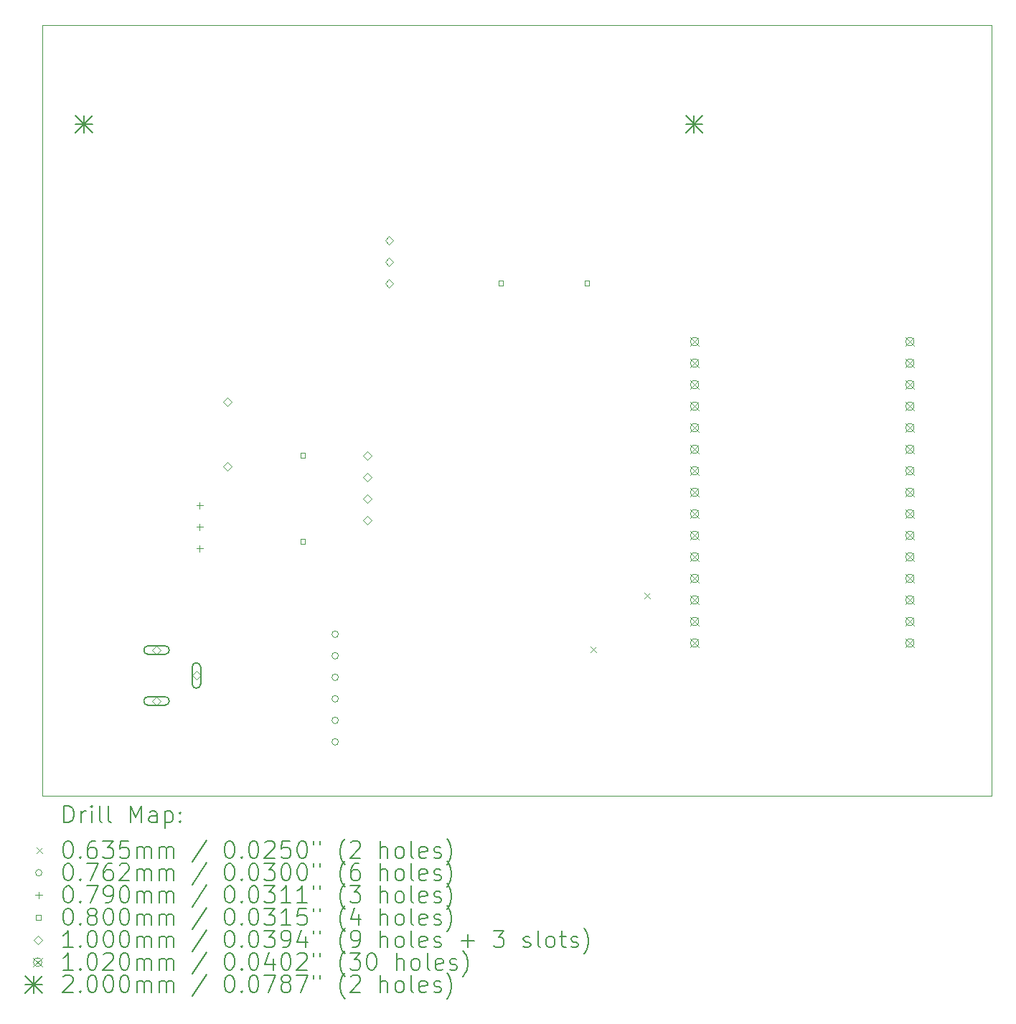
<source format=gbr>
%TF.GenerationSoftware,KiCad,Pcbnew,7.0.7*%
%TF.CreationDate,2023-11-20T10:45:52-05:00*%
%TF.ProjectId,Pocillo Termosensible,506f6369-6c6c-46f2-9054-65726d6f7365,rev?*%
%TF.SameCoordinates,Original*%
%TF.FileFunction,Drillmap*%
%TF.FilePolarity,Positive*%
%FSLAX45Y45*%
G04 Gerber Fmt 4.5, Leading zero omitted, Abs format (unit mm)*
G04 Created by KiCad (PCBNEW 7.0.7) date 2023-11-20 10:45:52*
%MOMM*%
%LPD*%
G01*
G04 APERTURE LIST*
%ADD10C,0.100000*%
%ADD11C,0.200000*%
%ADD12C,0.063500*%
%ADD13C,0.076200*%
%ADD14C,0.079000*%
%ADD15C,0.080000*%
%ADD16C,0.102000*%
G04 APERTURE END LIST*
D10*
X6070600Y-3048000D02*
X17272000Y-3048000D01*
X17272000Y-12141200D01*
X6070600Y-12141200D01*
X6070600Y-3048000D01*
D11*
D12*
X12541250Y-10382250D02*
X12604750Y-10445750D01*
X12604750Y-10382250D02*
X12541250Y-10445750D01*
X13176250Y-9747250D02*
X13239750Y-9810750D01*
X13239750Y-9747250D02*
X13176250Y-9810750D01*
D13*
X9563100Y-10236200D02*
G75*
G03*
X9563100Y-10236200I-38100J0D01*
G01*
X9563100Y-10490200D02*
G75*
G03*
X9563100Y-10490200I-38100J0D01*
G01*
X9563100Y-10744200D02*
G75*
G03*
X9563100Y-10744200I-38100J0D01*
G01*
X9563100Y-10998200D02*
G75*
G03*
X9563100Y-10998200I-38100J0D01*
G01*
X9563100Y-11252200D02*
G75*
G03*
X9563100Y-11252200I-38100J0D01*
G01*
X9563100Y-11506200D02*
G75*
G03*
X9563100Y-11506200I-38100J0D01*
G01*
D14*
X7927100Y-8677250D02*
X7927100Y-8756250D01*
X7887600Y-8716750D02*
X7966600Y-8716750D01*
X7927100Y-8931250D02*
X7927100Y-9010250D01*
X7887600Y-8970750D02*
X7966600Y-8970750D01*
X7927100Y-9185250D02*
X7927100Y-9264250D01*
X7887600Y-9224750D02*
X7966600Y-9224750D01*
D15*
X9172285Y-8156284D02*
X9172285Y-8099715D01*
X9115716Y-8099715D01*
X9115716Y-8156284D01*
X9172285Y-8156284D01*
X9172285Y-9172285D02*
X9172285Y-9115716D01*
X9115716Y-9115716D01*
X9115716Y-9172285D01*
X9172285Y-9172285D01*
X11509084Y-6124284D02*
X11509084Y-6067715D01*
X11452515Y-6067715D01*
X11452515Y-6124284D01*
X11509084Y-6124284D01*
X12525084Y-6124284D02*
X12525084Y-6067715D01*
X12468515Y-6067715D01*
X12468515Y-6124284D01*
X12525084Y-6124284D01*
D10*
X7416800Y-10473600D02*
X7466800Y-10423600D01*
X7416800Y-10373600D01*
X7366800Y-10423600D01*
X7416800Y-10473600D01*
D11*
X7316800Y-10473600D02*
X7516800Y-10473600D01*
X7516800Y-10473600D02*
G75*
G03*
X7516800Y-10373600I0J50000D01*
G01*
X7516800Y-10373600D02*
X7316800Y-10373600D01*
X7316800Y-10373600D02*
G75*
G03*
X7316800Y-10473600I0J-50000D01*
G01*
D10*
X7416800Y-11073600D02*
X7466800Y-11023600D01*
X7416800Y-10973600D01*
X7366800Y-11023600D01*
X7416800Y-11073600D01*
D11*
X7316800Y-11073600D02*
X7516800Y-11073600D01*
X7516800Y-11073600D02*
G75*
G03*
X7516800Y-10973600I0J50000D01*
G01*
X7516800Y-10973600D02*
X7316800Y-10973600D01*
X7316800Y-10973600D02*
G75*
G03*
X7316800Y-11073600I0J-50000D01*
G01*
D10*
X7886800Y-10773600D02*
X7936800Y-10723600D01*
X7886800Y-10673600D01*
X7836800Y-10723600D01*
X7886800Y-10773600D01*
D11*
X7936800Y-10823600D02*
X7936800Y-10623600D01*
X7936800Y-10623600D02*
G75*
G03*
X7836800Y-10623600I-50000J0D01*
G01*
X7836800Y-10623600D02*
X7836800Y-10823600D01*
X7836800Y-10823600D02*
G75*
G03*
X7936800Y-10823600I50000J0D01*
G01*
D10*
X8255000Y-7544000D02*
X8305000Y-7494000D01*
X8255000Y-7444000D01*
X8205000Y-7494000D01*
X8255000Y-7544000D01*
X8255000Y-8304000D02*
X8305000Y-8254000D01*
X8255000Y-8204000D01*
X8205000Y-8254000D01*
X8255000Y-8304000D01*
X9906000Y-8178000D02*
X9956000Y-8128000D01*
X9906000Y-8078000D01*
X9856000Y-8128000D01*
X9906000Y-8178000D01*
X9906000Y-8432000D02*
X9956000Y-8382000D01*
X9906000Y-8332000D01*
X9856000Y-8382000D01*
X9906000Y-8432000D01*
X9906000Y-8686000D02*
X9956000Y-8636000D01*
X9906000Y-8586000D01*
X9856000Y-8636000D01*
X9906000Y-8686000D01*
X9906000Y-8940000D02*
X9956000Y-8890000D01*
X9906000Y-8840000D01*
X9856000Y-8890000D01*
X9906000Y-8940000D01*
X10162500Y-5639500D02*
X10212500Y-5589500D01*
X10162500Y-5539500D01*
X10112500Y-5589500D01*
X10162500Y-5639500D01*
X10162500Y-5893500D02*
X10212500Y-5843500D01*
X10162500Y-5793500D01*
X10112500Y-5843500D01*
X10162500Y-5893500D01*
X10162500Y-6147500D02*
X10212500Y-6097500D01*
X10162500Y-6047500D01*
X10112500Y-6097500D01*
X10162500Y-6147500D01*
D16*
X13715800Y-6732900D02*
X13817800Y-6834900D01*
X13817800Y-6732900D02*
X13715800Y-6834900D01*
X13817800Y-6783900D02*
G75*
G03*
X13817800Y-6783900I-51000J0D01*
G01*
X13715800Y-6986900D02*
X13817800Y-7088900D01*
X13817800Y-6986900D02*
X13715800Y-7088900D01*
X13817800Y-7037900D02*
G75*
G03*
X13817800Y-7037900I-51000J0D01*
G01*
X13715800Y-7240900D02*
X13817800Y-7342900D01*
X13817800Y-7240900D02*
X13715800Y-7342900D01*
X13817800Y-7291900D02*
G75*
G03*
X13817800Y-7291900I-51000J0D01*
G01*
X13715800Y-7494900D02*
X13817800Y-7596900D01*
X13817800Y-7494900D02*
X13715800Y-7596900D01*
X13817800Y-7545900D02*
G75*
G03*
X13817800Y-7545900I-51000J0D01*
G01*
X13715800Y-7748900D02*
X13817800Y-7850900D01*
X13817800Y-7748900D02*
X13715800Y-7850900D01*
X13817800Y-7799900D02*
G75*
G03*
X13817800Y-7799900I-51000J0D01*
G01*
X13715800Y-8002900D02*
X13817800Y-8104900D01*
X13817800Y-8002900D02*
X13715800Y-8104900D01*
X13817800Y-8053900D02*
G75*
G03*
X13817800Y-8053900I-51000J0D01*
G01*
X13715800Y-8256900D02*
X13817800Y-8358900D01*
X13817800Y-8256900D02*
X13715800Y-8358900D01*
X13817800Y-8307900D02*
G75*
G03*
X13817800Y-8307900I-51000J0D01*
G01*
X13715800Y-8510900D02*
X13817800Y-8612900D01*
X13817800Y-8510900D02*
X13715800Y-8612900D01*
X13817800Y-8561900D02*
G75*
G03*
X13817800Y-8561900I-51000J0D01*
G01*
X13715800Y-8764900D02*
X13817800Y-8866900D01*
X13817800Y-8764900D02*
X13715800Y-8866900D01*
X13817800Y-8815900D02*
G75*
G03*
X13817800Y-8815900I-51000J0D01*
G01*
X13715800Y-9018900D02*
X13817800Y-9120900D01*
X13817800Y-9018900D02*
X13715800Y-9120900D01*
X13817800Y-9069900D02*
G75*
G03*
X13817800Y-9069900I-51000J0D01*
G01*
X13715800Y-9272900D02*
X13817800Y-9374900D01*
X13817800Y-9272900D02*
X13715800Y-9374900D01*
X13817800Y-9323900D02*
G75*
G03*
X13817800Y-9323900I-51000J0D01*
G01*
X13715800Y-9526900D02*
X13817800Y-9628900D01*
X13817800Y-9526900D02*
X13715800Y-9628900D01*
X13817800Y-9577900D02*
G75*
G03*
X13817800Y-9577900I-51000J0D01*
G01*
X13715800Y-9780900D02*
X13817800Y-9882900D01*
X13817800Y-9780900D02*
X13715800Y-9882900D01*
X13817800Y-9831900D02*
G75*
G03*
X13817800Y-9831900I-51000J0D01*
G01*
X13715800Y-10034900D02*
X13817800Y-10136900D01*
X13817800Y-10034900D02*
X13715800Y-10136900D01*
X13817800Y-10085900D02*
G75*
G03*
X13817800Y-10085900I-51000J0D01*
G01*
X13715800Y-10288900D02*
X13817800Y-10390900D01*
X13817800Y-10288900D02*
X13715800Y-10390900D01*
X13817800Y-10339900D02*
G75*
G03*
X13817800Y-10339900I-51000J0D01*
G01*
X16255800Y-6732900D02*
X16357800Y-6834900D01*
X16357800Y-6732900D02*
X16255800Y-6834900D01*
X16357800Y-6783900D02*
G75*
G03*
X16357800Y-6783900I-51000J0D01*
G01*
X16255800Y-6986900D02*
X16357800Y-7088900D01*
X16357800Y-6986900D02*
X16255800Y-7088900D01*
X16357800Y-7037900D02*
G75*
G03*
X16357800Y-7037900I-51000J0D01*
G01*
X16255800Y-7240900D02*
X16357800Y-7342900D01*
X16357800Y-7240900D02*
X16255800Y-7342900D01*
X16357800Y-7291900D02*
G75*
G03*
X16357800Y-7291900I-51000J0D01*
G01*
X16255800Y-7494900D02*
X16357800Y-7596900D01*
X16357800Y-7494900D02*
X16255800Y-7596900D01*
X16357800Y-7545900D02*
G75*
G03*
X16357800Y-7545900I-51000J0D01*
G01*
X16255800Y-7748900D02*
X16357800Y-7850900D01*
X16357800Y-7748900D02*
X16255800Y-7850900D01*
X16357800Y-7799900D02*
G75*
G03*
X16357800Y-7799900I-51000J0D01*
G01*
X16255800Y-8002900D02*
X16357800Y-8104900D01*
X16357800Y-8002900D02*
X16255800Y-8104900D01*
X16357800Y-8053900D02*
G75*
G03*
X16357800Y-8053900I-51000J0D01*
G01*
X16255800Y-8256900D02*
X16357800Y-8358900D01*
X16357800Y-8256900D02*
X16255800Y-8358900D01*
X16357800Y-8307900D02*
G75*
G03*
X16357800Y-8307900I-51000J0D01*
G01*
X16255800Y-8510900D02*
X16357800Y-8612900D01*
X16357800Y-8510900D02*
X16255800Y-8612900D01*
X16357800Y-8561900D02*
G75*
G03*
X16357800Y-8561900I-51000J0D01*
G01*
X16255800Y-8764900D02*
X16357800Y-8866900D01*
X16357800Y-8764900D02*
X16255800Y-8866900D01*
X16357800Y-8815900D02*
G75*
G03*
X16357800Y-8815900I-51000J0D01*
G01*
X16255800Y-9018900D02*
X16357800Y-9120900D01*
X16357800Y-9018900D02*
X16255800Y-9120900D01*
X16357800Y-9069900D02*
G75*
G03*
X16357800Y-9069900I-51000J0D01*
G01*
X16255800Y-9272900D02*
X16357800Y-9374900D01*
X16357800Y-9272900D02*
X16255800Y-9374900D01*
X16357800Y-9323900D02*
G75*
G03*
X16357800Y-9323900I-51000J0D01*
G01*
X16255800Y-9526900D02*
X16357800Y-9628900D01*
X16357800Y-9526900D02*
X16255800Y-9628900D01*
X16357800Y-9577900D02*
G75*
G03*
X16357800Y-9577900I-51000J0D01*
G01*
X16255800Y-9780900D02*
X16357800Y-9882900D01*
X16357800Y-9780900D02*
X16255800Y-9882900D01*
X16357800Y-9831900D02*
G75*
G03*
X16357800Y-9831900I-51000J0D01*
G01*
X16255800Y-10034900D02*
X16357800Y-10136900D01*
X16357800Y-10034900D02*
X16255800Y-10136900D01*
X16357800Y-10085900D02*
G75*
G03*
X16357800Y-10085900I-51000J0D01*
G01*
X16255800Y-10288900D02*
X16357800Y-10390900D01*
X16357800Y-10288900D02*
X16255800Y-10390900D01*
X16357800Y-10339900D02*
G75*
G03*
X16357800Y-10339900I-51000J0D01*
G01*
D11*
X6460000Y-4116400D02*
X6660000Y-4316400D01*
X6660000Y-4116400D02*
X6460000Y-4316400D01*
X6560000Y-4116400D02*
X6560000Y-4316400D01*
X6460000Y-4216400D02*
X6660000Y-4216400D01*
X13660000Y-4116400D02*
X13860000Y-4316400D01*
X13860000Y-4116400D02*
X13660000Y-4316400D01*
X13760000Y-4116400D02*
X13760000Y-4316400D01*
X13660000Y-4216400D02*
X13860000Y-4216400D01*
X6326377Y-12457684D02*
X6326377Y-12257684D01*
X6326377Y-12257684D02*
X6373996Y-12257684D01*
X6373996Y-12257684D02*
X6402567Y-12267208D01*
X6402567Y-12267208D02*
X6421615Y-12286255D01*
X6421615Y-12286255D02*
X6431139Y-12305303D01*
X6431139Y-12305303D02*
X6440662Y-12343398D01*
X6440662Y-12343398D02*
X6440662Y-12371969D01*
X6440662Y-12371969D02*
X6431139Y-12410065D01*
X6431139Y-12410065D02*
X6421615Y-12429112D01*
X6421615Y-12429112D02*
X6402567Y-12448160D01*
X6402567Y-12448160D02*
X6373996Y-12457684D01*
X6373996Y-12457684D02*
X6326377Y-12457684D01*
X6526377Y-12457684D02*
X6526377Y-12324350D01*
X6526377Y-12362446D02*
X6535901Y-12343398D01*
X6535901Y-12343398D02*
X6545424Y-12333874D01*
X6545424Y-12333874D02*
X6564472Y-12324350D01*
X6564472Y-12324350D02*
X6583520Y-12324350D01*
X6650186Y-12457684D02*
X6650186Y-12324350D01*
X6650186Y-12257684D02*
X6640662Y-12267208D01*
X6640662Y-12267208D02*
X6650186Y-12276731D01*
X6650186Y-12276731D02*
X6659710Y-12267208D01*
X6659710Y-12267208D02*
X6650186Y-12257684D01*
X6650186Y-12257684D02*
X6650186Y-12276731D01*
X6773996Y-12457684D02*
X6754948Y-12448160D01*
X6754948Y-12448160D02*
X6745424Y-12429112D01*
X6745424Y-12429112D02*
X6745424Y-12257684D01*
X6878758Y-12457684D02*
X6859710Y-12448160D01*
X6859710Y-12448160D02*
X6850186Y-12429112D01*
X6850186Y-12429112D02*
X6850186Y-12257684D01*
X7107329Y-12457684D02*
X7107329Y-12257684D01*
X7107329Y-12257684D02*
X7173996Y-12400541D01*
X7173996Y-12400541D02*
X7240662Y-12257684D01*
X7240662Y-12257684D02*
X7240662Y-12457684D01*
X7421615Y-12457684D02*
X7421615Y-12352922D01*
X7421615Y-12352922D02*
X7412091Y-12333874D01*
X7412091Y-12333874D02*
X7393043Y-12324350D01*
X7393043Y-12324350D02*
X7354948Y-12324350D01*
X7354948Y-12324350D02*
X7335901Y-12333874D01*
X7421615Y-12448160D02*
X7402567Y-12457684D01*
X7402567Y-12457684D02*
X7354948Y-12457684D01*
X7354948Y-12457684D02*
X7335901Y-12448160D01*
X7335901Y-12448160D02*
X7326377Y-12429112D01*
X7326377Y-12429112D02*
X7326377Y-12410065D01*
X7326377Y-12410065D02*
X7335901Y-12391017D01*
X7335901Y-12391017D02*
X7354948Y-12381493D01*
X7354948Y-12381493D02*
X7402567Y-12381493D01*
X7402567Y-12381493D02*
X7421615Y-12371969D01*
X7516853Y-12324350D02*
X7516853Y-12524350D01*
X7516853Y-12333874D02*
X7535901Y-12324350D01*
X7535901Y-12324350D02*
X7573996Y-12324350D01*
X7573996Y-12324350D02*
X7593043Y-12333874D01*
X7593043Y-12333874D02*
X7602567Y-12343398D01*
X7602567Y-12343398D02*
X7612091Y-12362446D01*
X7612091Y-12362446D02*
X7612091Y-12419588D01*
X7612091Y-12419588D02*
X7602567Y-12438636D01*
X7602567Y-12438636D02*
X7593043Y-12448160D01*
X7593043Y-12448160D02*
X7573996Y-12457684D01*
X7573996Y-12457684D02*
X7535901Y-12457684D01*
X7535901Y-12457684D02*
X7516853Y-12448160D01*
X7697805Y-12438636D02*
X7707329Y-12448160D01*
X7707329Y-12448160D02*
X7697805Y-12457684D01*
X7697805Y-12457684D02*
X7688282Y-12448160D01*
X7688282Y-12448160D02*
X7697805Y-12438636D01*
X7697805Y-12438636D02*
X7697805Y-12457684D01*
X7697805Y-12333874D02*
X7707329Y-12343398D01*
X7707329Y-12343398D02*
X7697805Y-12352922D01*
X7697805Y-12352922D02*
X7688282Y-12343398D01*
X7688282Y-12343398D02*
X7697805Y-12333874D01*
X7697805Y-12333874D02*
X7697805Y-12352922D01*
D12*
X6002100Y-12754450D02*
X6065600Y-12817950D01*
X6065600Y-12754450D02*
X6002100Y-12817950D01*
D11*
X6364472Y-12677684D02*
X6383520Y-12677684D01*
X6383520Y-12677684D02*
X6402567Y-12687208D01*
X6402567Y-12687208D02*
X6412091Y-12696731D01*
X6412091Y-12696731D02*
X6421615Y-12715779D01*
X6421615Y-12715779D02*
X6431139Y-12753874D01*
X6431139Y-12753874D02*
X6431139Y-12801493D01*
X6431139Y-12801493D02*
X6421615Y-12839588D01*
X6421615Y-12839588D02*
X6412091Y-12858636D01*
X6412091Y-12858636D02*
X6402567Y-12868160D01*
X6402567Y-12868160D02*
X6383520Y-12877684D01*
X6383520Y-12877684D02*
X6364472Y-12877684D01*
X6364472Y-12877684D02*
X6345424Y-12868160D01*
X6345424Y-12868160D02*
X6335901Y-12858636D01*
X6335901Y-12858636D02*
X6326377Y-12839588D01*
X6326377Y-12839588D02*
X6316853Y-12801493D01*
X6316853Y-12801493D02*
X6316853Y-12753874D01*
X6316853Y-12753874D02*
X6326377Y-12715779D01*
X6326377Y-12715779D02*
X6335901Y-12696731D01*
X6335901Y-12696731D02*
X6345424Y-12687208D01*
X6345424Y-12687208D02*
X6364472Y-12677684D01*
X6516853Y-12858636D02*
X6526377Y-12868160D01*
X6526377Y-12868160D02*
X6516853Y-12877684D01*
X6516853Y-12877684D02*
X6507329Y-12868160D01*
X6507329Y-12868160D02*
X6516853Y-12858636D01*
X6516853Y-12858636D02*
X6516853Y-12877684D01*
X6697805Y-12677684D02*
X6659710Y-12677684D01*
X6659710Y-12677684D02*
X6640662Y-12687208D01*
X6640662Y-12687208D02*
X6631139Y-12696731D01*
X6631139Y-12696731D02*
X6612091Y-12725303D01*
X6612091Y-12725303D02*
X6602567Y-12763398D01*
X6602567Y-12763398D02*
X6602567Y-12839588D01*
X6602567Y-12839588D02*
X6612091Y-12858636D01*
X6612091Y-12858636D02*
X6621615Y-12868160D01*
X6621615Y-12868160D02*
X6640662Y-12877684D01*
X6640662Y-12877684D02*
X6678758Y-12877684D01*
X6678758Y-12877684D02*
X6697805Y-12868160D01*
X6697805Y-12868160D02*
X6707329Y-12858636D01*
X6707329Y-12858636D02*
X6716853Y-12839588D01*
X6716853Y-12839588D02*
X6716853Y-12791969D01*
X6716853Y-12791969D02*
X6707329Y-12772922D01*
X6707329Y-12772922D02*
X6697805Y-12763398D01*
X6697805Y-12763398D02*
X6678758Y-12753874D01*
X6678758Y-12753874D02*
X6640662Y-12753874D01*
X6640662Y-12753874D02*
X6621615Y-12763398D01*
X6621615Y-12763398D02*
X6612091Y-12772922D01*
X6612091Y-12772922D02*
X6602567Y-12791969D01*
X6783520Y-12677684D02*
X6907329Y-12677684D01*
X6907329Y-12677684D02*
X6840662Y-12753874D01*
X6840662Y-12753874D02*
X6869234Y-12753874D01*
X6869234Y-12753874D02*
X6888282Y-12763398D01*
X6888282Y-12763398D02*
X6897805Y-12772922D01*
X6897805Y-12772922D02*
X6907329Y-12791969D01*
X6907329Y-12791969D02*
X6907329Y-12839588D01*
X6907329Y-12839588D02*
X6897805Y-12858636D01*
X6897805Y-12858636D02*
X6888282Y-12868160D01*
X6888282Y-12868160D02*
X6869234Y-12877684D01*
X6869234Y-12877684D02*
X6812091Y-12877684D01*
X6812091Y-12877684D02*
X6793043Y-12868160D01*
X6793043Y-12868160D02*
X6783520Y-12858636D01*
X7088282Y-12677684D02*
X6993043Y-12677684D01*
X6993043Y-12677684D02*
X6983520Y-12772922D01*
X6983520Y-12772922D02*
X6993043Y-12763398D01*
X6993043Y-12763398D02*
X7012091Y-12753874D01*
X7012091Y-12753874D02*
X7059710Y-12753874D01*
X7059710Y-12753874D02*
X7078758Y-12763398D01*
X7078758Y-12763398D02*
X7088282Y-12772922D01*
X7088282Y-12772922D02*
X7097805Y-12791969D01*
X7097805Y-12791969D02*
X7097805Y-12839588D01*
X7097805Y-12839588D02*
X7088282Y-12858636D01*
X7088282Y-12858636D02*
X7078758Y-12868160D01*
X7078758Y-12868160D02*
X7059710Y-12877684D01*
X7059710Y-12877684D02*
X7012091Y-12877684D01*
X7012091Y-12877684D02*
X6993043Y-12868160D01*
X6993043Y-12868160D02*
X6983520Y-12858636D01*
X7183520Y-12877684D02*
X7183520Y-12744350D01*
X7183520Y-12763398D02*
X7193043Y-12753874D01*
X7193043Y-12753874D02*
X7212091Y-12744350D01*
X7212091Y-12744350D02*
X7240663Y-12744350D01*
X7240663Y-12744350D02*
X7259710Y-12753874D01*
X7259710Y-12753874D02*
X7269234Y-12772922D01*
X7269234Y-12772922D02*
X7269234Y-12877684D01*
X7269234Y-12772922D02*
X7278758Y-12753874D01*
X7278758Y-12753874D02*
X7297805Y-12744350D01*
X7297805Y-12744350D02*
X7326377Y-12744350D01*
X7326377Y-12744350D02*
X7345424Y-12753874D01*
X7345424Y-12753874D02*
X7354948Y-12772922D01*
X7354948Y-12772922D02*
X7354948Y-12877684D01*
X7450186Y-12877684D02*
X7450186Y-12744350D01*
X7450186Y-12763398D02*
X7459710Y-12753874D01*
X7459710Y-12753874D02*
X7478758Y-12744350D01*
X7478758Y-12744350D02*
X7507329Y-12744350D01*
X7507329Y-12744350D02*
X7526377Y-12753874D01*
X7526377Y-12753874D02*
X7535901Y-12772922D01*
X7535901Y-12772922D02*
X7535901Y-12877684D01*
X7535901Y-12772922D02*
X7545424Y-12753874D01*
X7545424Y-12753874D02*
X7564472Y-12744350D01*
X7564472Y-12744350D02*
X7593043Y-12744350D01*
X7593043Y-12744350D02*
X7612091Y-12753874D01*
X7612091Y-12753874D02*
X7621615Y-12772922D01*
X7621615Y-12772922D02*
X7621615Y-12877684D01*
X8012091Y-12668160D02*
X7840663Y-12925303D01*
X8269234Y-12677684D02*
X8288282Y-12677684D01*
X8288282Y-12677684D02*
X8307329Y-12687208D01*
X8307329Y-12687208D02*
X8316853Y-12696731D01*
X8316853Y-12696731D02*
X8326377Y-12715779D01*
X8326377Y-12715779D02*
X8335901Y-12753874D01*
X8335901Y-12753874D02*
X8335901Y-12801493D01*
X8335901Y-12801493D02*
X8326377Y-12839588D01*
X8326377Y-12839588D02*
X8316853Y-12858636D01*
X8316853Y-12858636D02*
X8307329Y-12868160D01*
X8307329Y-12868160D02*
X8288282Y-12877684D01*
X8288282Y-12877684D02*
X8269234Y-12877684D01*
X8269234Y-12877684D02*
X8250186Y-12868160D01*
X8250186Y-12868160D02*
X8240663Y-12858636D01*
X8240663Y-12858636D02*
X8231139Y-12839588D01*
X8231139Y-12839588D02*
X8221615Y-12801493D01*
X8221615Y-12801493D02*
X8221615Y-12753874D01*
X8221615Y-12753874D02*
X8231139Y-12715779D01*
X8231139Y-12715779D02*
X8240663Y-12696731D01*
X8240663Y-12696731D02*
X8250186Y-12687208D01*
X8250186Y-12687208D02*
X8269234Y-12677684D01*
X8421615Y-12858636D02*
X8431139Y-12868160D01*
X8431139Y-12868160D02*
X8421615Y-12877684D01*
X8421615Y-12877684D02*
X8412091Y-12868160D01*
X8412091Y-12868160D02*
X8421615Y-12858636D01*
X8421615Y-12858636D02*
X8421615Y-12877684D01*
X8554948Y-12677684D02*
X8573996Y-12677684D01*
X8573996Y-12677684D02*
X8593044Y-12687208D01*
X8593044Y-12687208D02*
X8602568Y-12696731D01*
X8602568Y-12696731D02*
X8612091Y-12715779D01*
X8612091Y-12715779D02*
X8621615Y-12753874D01*
X8621615Y-12753874D02*
X8621615Y-12801493D01*
X8621615Y-12801493D02*
X8612091Y-12839588D01*
X8612091Y-12839588D02*
X8602568Y-12858636D01*
X8602568Y-12858636D02*
X8593044Y-12868160D01*
X8593044Y-12868160D02*
X8573996Y-12877684D01*
X8573996Y-12877684D02*
X8554948Y-12877684D01*
X8554948Y-12877684D02*
X8535901Y-12868160D01*
X8535901Y-12868160D02*
X8526377Y-12858636D01*
X8526377Y-12858636D02*
X8516853Y-12839588D01*
X8516853Y-12839588D02*
X8507329Y-12801493D01*
X8507329Y-12801493D02*
X8507329Y-12753874D01*
X8507329Y-12753874D02*
X8516853Y-12715779D01*
X8516853Y-12715779D02*
X8526377Y-12696731D01*
X8526377Y-12696731D02*
X8535901Y-12687208D01*
X8535901Y-12687208D02*
X8554948Y-12677684D01*
X8697806Y-12696731D02*
X8707329Y-12687208D01*
X8707329Y-12687208D02*
X8726377Y-12677684D01*
X8726377Y-12677684D02*
X8773996Y-12677684D01*
X8773996Y-12677684D02*
X8793044Y-12687208D01*
X8793044Y-12687208D02*
X8802568Y-12696731D01*
X8802568Y-12696731D02*
X8812091Y-12715779D01*
X8812091Y-12715779D02*
X8812091Y-12734827D01*
X8812091Y-12734827D02*
X8802568Y-12763398D01*
X8802568Y-12763398D02*
X8688282Y-12877684D01*
X8688282Y-12877684D02*
X8812091Y-12877684D01*
X8993044Y-12677684D02*
X8897806Y-12677684D01*
X8897806Y-12677684D02*
X8888282Y-12772922D01*
X8888282Y-12772922D02*
X8897806Y-12763398D01*
X8897806Y-12763398D02*
X8916853Y-12753874D01*
X8916853Y-12753874D02*
X8964472Y-12753874D01*
X8964472Y-12753874D02*
X8983520Y-12763398D01*
X8983520Y-12763398D02*
X8993044Y-12772922D01*
X8993044Y-12772922D02*
X9002568Y-12791969D01*
X9002568Y-12791969D02*
X9002568Y-12839588D01*
X9002568Y-12839588D02*
X8993044Y-12858636D01*
X8993044Y-12858636D02*
X8983520Y-12868160D01*
X8983520Y-12868160D02*
X8964472Y-12877684D01*
X8964472Y-12877684D02*
X8916853Y-12877684D01*
X8916853Y-12877684D02*
X8897806Y-12868160D01*
X8897806Y-12868160D02*
X8888282Y-12858636D01*
X9126377Y-12677684D02*
X9145425Y-12677684D01*
X9145425Y-12677684D02*
X9164472Y-12687208D01*
X9164472Y-12687208D02*
X9173996Y-12696731D01*
X9173996Y-12696731D02*
X9183520Y-12715779D01*
X9183520Y-12715779D02*
X9193044Y-12753874D01*
X9193044Y-12753874D02*
X9193044Y-12801493D01*
X9193044Y-12801493D02*
X9183520Y-12839588D01*
X9183520Y-12839588D02*
X9173996Y-12858636D01*
X9173996Y-12858636D02*
X9164472Y-12868160D01*
X9164472Y-12868160D02*
X9145425Y-12877684D01*
X9145425Y-12877684D02*
X9126377Y-12877684D01*
X9126377Y-12877684D02*
X9107329Y-12868160D01*
X9107329Y-12868160D02*
X9097806Y-12858636D01*
X9097806Y-12858636D02*
X9088282Y-12839588D01*
X9088282Y-12839588D02*
X9078758Y-12801493D01*
X9078758Y-12801493D02*
X9078758Y-12753874D01*
X9078758Y-12753874D02*
X9088282Y-12715779D01*
X9088282Y-12715779D02*
X9097806Y-12696731D01*
X9097806Y-12696731D02*
X9107329Y-12687208D01*
X9107329Y-12687208D02*
X9126377Y-12677684D01*
X9269234Y-12677684D02*
X9269234Y-12715779D01*
X9345425Y-12677684D02*
X9345425Y-12715779D01*
X9640663Y-12953874D02*
X9631139Y-12944350D01*
X9631139Y-12944350D02*
X9612091Y-12915779D01*
X9612091Y-12915779D02*
X9602568Y-12896731D01*
X9602568Y-12896731D02*
X9593044Y-12868160D01*
X9593044Y-12868160D02*
X9583520Y-12820541D01*
X9583520Y-12820541D02*
X9583520Y-12782446D01*
X9583520Y-12782446D02*
X9593044Y-12734827D01*
X9593044Y-12734827D02*
X9602568Y-12706255D01*
X9602568Y-12706255D02*
X9612091Y-12687208D01*
X9612091Y-12687208D02*
X9631139Y-12658636D01*
X9631139Y-12658636D02*
X9640663Y-12649112D01*
X9707330Y-12696731D02*
X9716853Y-12687208D01*
X9716853Y-12687208D02*
X9735901Y-12677684D01*
X9735901Y-12677684D02*
X9783520Y-12677684D01*
X9783520Y-12677684D02*
X9802568Y-12687208D01*
X9802568Y-12687208D02*
X9812091Y-12696731D01*
X9812091Y-12696731D02*
X9821615Y-12715779D01*
X9821615Y-12715779D02*
X9821615Y-12734827D01*
X9821615Y-12734827D02*
X9812091Y-12763398D01*
X9812091Y-12763398D02*
X9697806Y-12877684D01*
X9697806Y-12877684D02*
X9821615Y-12877684D01*
X10059711Y-12877684D02*
X10059711Y-12677684D01*
X10145425Y-12877684D02*
X10145425Y-12772922D01*
X10145425Y-12772922D02*
X10135901Y-12753874D01*
X10135901Y-12753874D02*
X10116853Y-12744350D01*
X10116853Y-12744350D02*
X10088282Y-12744350D01*
X10088282Y-12744350D02*
X10069234Y-12753874D01*
X10069234Y-12753874D02*
X10059711Y-12763398D01*
X10269234Y-12877684D02*
X10250187Y-12868160D01*
X10250187Y-12868160D02*
X10240663Y-12858636D01*
X10240663Y-12858636D02*
X10231139Y-12839588D01*
X10231139Y-12839588D02*
X10231139Y-12782446D01*
X10231139Y-12782446D02*
X10240663Y-12763398D01*
X10240663Y-12763398D02*
X10250187Y-12753874D01*
X10250187Y-12753874D02*
X10269234Y-12744350D01*
X10269234Y-12744350D02*
X10297806Y-12744350D01*
X10297806Y-12744350D02*
X10316853Y-12753874D01*
X10316853Y-12753874D02*
X10326377Y-12763398D01*
X10326377Y-12763398D02*
X10335901Y-12782446D01*
X10335901Y-12782446D02*
X10335901Y-12839588D01*
X10335901Y-12839588D02*
X10326377Y-12858636D01*
X10326377Y-12858636D02*
X10316853Y-12868160D01*
X10316853Y-12868160D02*
X10297806Y-12877684D01*
X10297806Y-12877684D02*
X10269234Y-12877684D01*
X10450187Y-12877684D02*
X10431139Y-12868160D01*
X10431139Y-12868160D02*
X10421615Y-12849112D01*
X10421615Y-12849112D02*
X10421615Y-12677684D01*
X10602568Y-12868160D02*
X10583520Y-12877684D01*
X10583520Y-12877684D02*
X10545425Y-12877684D01*
X10545425Y-12877684D02*
X10526377Y-12868160D01*
X10526377Y-12868160D02*
X10516853Y-12849112D01*
X10516853Y-12849112D02*
X10516853Y-12772922D01*
X10516853Y-12772922D02*
X10526377Y-12753874D01*
X10526377Y-12753874D02*
X10545425Y-12744350D01*
X10545425Y-12744350D02*
X10583520Y-12744350D01*
X10583520Y-12744350D02*
X10602568Y-12753874D01*
X10602568Y-12753874D02*
X10612092Y-12772922D01*
X10612092Y-12772922D02*
X10612092Y-12791969D01*
X10612092Y-12791969D02*
X10516853Y-12811017D01*
X10688282Y-12868160D02*
X10707330Y-12877684D01*
X10707330Y-12877684D02*
X10745425Y-12877684D01*
X10745425Y-12877684D02*
X10764473Y-12868160D01*
X10764473Y-12868160D02*
X10773996Y-12849112D01*
X10773996Y-12849112D02*
X10773996Y-12839588D01*
X10773996Y-12839588D02*
X10764473Y-12820541D01*
X10764473Y-12820541D02*
X10745425Y-12811017D01*
X10745425Y-12811017D02*
X10716853Y-12811017D01*
X10716853Y-12811017D02*
X10697806Y-12801493D01*
X10697806Y-12801493D02*
X10688282Y-12782446D01*
X10688282Y-12782446D02*
X10688282Y-12772922D01*
X10688282Y-12772922D02*
X10697806Y-12753874D01*
X10697806Y-12753874D02*
X10716853Y-12744350D01*
X10716853Y-12744350D02*
X10745425Y-12744350D01*
X10745425Y-12744350D02*
X10764473Y-12753874D01*
X10840663Y-12953874D02*
X10850187Y-12944350D01*
X10850187Y-12944350D02*
X10869234Y-12915779D01*
X10869234Y-12915779D02*
X10878758Y-12896731D01*
X10878758Y-12896731D02*
X10888282Y-12868160D01*
X10888282Y-12868160D02*
X10897806Y-12820541D01*
X10897806Y-12820541D02*
X10897806Y-12782446D01*
X10897806Y-12782446D02*
X10888282Y-12734827D01*
X10888282Y-12734827D02*
X10878758Y-12706255D01*
X10878758Y-12706255D02*
X10869234Y-12687208D01*
X10869234Y-12687208D02*
X10850187Y-12658636D01*
X10850187Y-12658636D02*
X10840663Y-12649112D01*
D13*
X6065600Y-13050200D02*
G75*
G03*
X6065600Y-13050200I-38100J0D01*
G01*
D11*
X6364472Y-12941684D02*
X6383520Y-12941684D01*
X6383520Y-12941684D02*
X6402567Y-12951208D01*
X6402567Y-12951208D02*
X6412091Y-12960731D01*
X6412091Y-12960731D02*
X6421615Y-12979779D01*
X6421615Y-12979779D02*
X6431139Y-13017874D01*
X6431139Y-13017874D02*
X6431139Y-13065493D01*
X6431139Y-13065493D02*
X6421615Y-13103588D01*
X6421615Y-13103588D02*
X6412091Y-13122636D01*
X6412091Y-13122636D02*
X6402567Y-13132160D01*
X6402567Y-13132160D02*
X6383520Y-13141684D01*
X6383520Y-13141684D02*
X6364472Y-13141684D01*
X6364472Y-13141684D02*
X6345424Y-13132160D01*
X6345424Y-13132160D02*
X6335901Y-13122636D01*
X6335901Y-13122636D02*
X6326377Y-13103588D01*
X6326377Y-13103588D02*
X6316853Y-13065493D01*
X6316853Y-13065493D02*
X6316853Y-13017874D01*
X6316853Y-13017874D02*
X6326377Y-12979779D01*
X6326377Y-12979779D02*
X6335901Y-12960731D01*
X6335901Y-12960731D02*
X6345424Y-12951208D01*
X6345424Y-12951208D02*
X6364472Y-12941684D01*
X6516853Y-13122636D02*
X6526377Y-13132160D01*
X6526377Y-13132160D02*
X6516853Y-13141684D01*
X6516853Y-13141684D02*
X6507329Y-13132160D01*
X6507329Y-13132160D02*
X6516853Y-13122636D01*
X6516853Y-13122636D02*
X6516853Y-13141684D01*
X6593043Y-12941684D02*
X6726377Y-12941684D01*
X6726377Y-12941684D02*
X6640662Y-13141684D01*
X6888282Y-12941684D02*
X6850186Y-12941684D01*
X6850186Y-12941684D02*
X6831139Y-12951208D01*
X6831139Y-12951208D02*
X6821615Y-12960731D01*
X6821615Y-12960731D02*
X6802567Y-12989303D01*
X6802567Y-12989303D02*
X6793043Y-13027398D01*
X6793043Y-13027398D02*
X6793043Y-13103588D01*
X6793043Y-13103588D02*
X6802567Y-13122636D01*
X6802567Y-13122636D02*
X6812091Y-13132160D01*
X6812091Y-13132160D02*
X6831139Y-13141684D01*
X6831139Y-13141684D02*
X6869234Y-13141684D01*
X6869234Y-13141684D02*
X6888282Y-13132160D01*
X6888282Y-13132160D02*
X6897805Y-13122636D01*
X6897805Y-13122636D02*
X6907329Y-13103588D01*
X6907329Y-13103588D02*
X6907329Y-13055969D01*
X6907329Y-13055969D02*
X6897805Y-13036922D01*
X6897805Y-13036922D02*
X6888282Y-13027398D01*
X6888282Y-13027398D02*
X6869234Y-13017874D01*
X6869234Y-13017874D02*
X6831139Y-13017874D01*
X6831139Y-13017874D02*
X6812091Y-13027398D01*
X6812091Y-13027398D02*
X6802567Y-13036922D01*
X6802567Y-13036922D02*
X6793043Y-13055969D01*
X6983520Y-12960731D02*
X6993043Y-12951208D01*
X6993043Y-12951208D02*
X7012091Y-12941684D01*
X7012091Y-12941684D02*
X7059710Y-12941684D01*
X7059710Y-12941684D02*
X7078758Y-12951208D01*
X7078758Y-12951208D02*
X7088282Y-12960731D01*
X7088282Y-12960731D02*
X7097805Y-12979779D01*
X7097805Y-12979779D02*
X7097805Y-12998827D01*
X7097805Y-12998827D02*
X7088282Y-13027398D01*
X7088282Y-13027398D02*
X6973996Y-13141684D01*
X6973996Y-13141684D02*
X7097805Y-13141684D01*
X7183520Y-13141684D02*
X7183520Y-13008350D01*
X7183520Y-13027398D02*
X7193043Y-13017874D01*
X7193043Y-13017874D02*
X7212091Y-13008350D01*
X7212091Y-13008350D02*
X7240663Y-13008350D01*
X7240663Y-13008350D02*
X7259710Y-13017874D01*
X7259710Y-13017874D02*
X7269234Y-13036922D01*
X7269234Y-13036922D02*
X7269234Y-13141684D01*
X7269234Y-13036922D02*
X7278758Y-13017874D01*
X7278758Y-13017874D02*
X7297805Y-13008350D01*
X7297805Y-13008350D02*
X7326377Y-13008350D01*
X7326377Y-13008350D02*
X7345424Y-13017874D01*
X7345424Y-13017874D02*
X7354948Y-13036922D01*
X7354948Y-13036922D02*
X7354948Y-13141684D01*
X7450186Y-13141684D02*
X7450186Y-13008350D01*
X7450186Y-13027398D02*
X7459710Y-13017874D01*
X7459710Y-13017874D02*
X7478758Y-13008350D01*
X7478758Y-13008350D02*
X7507329Y-13008350D01*
X7507329Y-13008350D02*
X7526377Y-13017874D01*
X7526377Y-13017874D02*
X7535901Y-13036922D01*
X7535901Y-13036922D02*
X7535901Y-13141684D01*
X7535901Y-13036922D02*
X7545424Y-13017874D01*
X7545424Y-13017874D02*
X7564472Y-13008350D01*
X7564472Y-13008350D02*
X7593043Y-13008350D01*
X7593043Y-13008350D02*
X7612091Y-13017874D01*
X7612091Y-13017874D02*
X7621615Y-13036922D01*
X7621615Y-13036922D02*
X7621615Y-13141684D01*
X8012091Y-12932160D02*
X7840663Y-13189303D01*
X8269234Y-12941684D02*
X8288282Y-12941684D01*
X8288282Y-12941684D02*
X8307329Y-12951208D01*
X8307329Y-12951208D02*
X8316853Y-12960731D01*
X8316853Y-12960731D02*
X8326377Y-12979779D01*
X8326377Y-12979779D02*
X8335901Y-13017874D01*
X8335901Y-13017874D02*
X8335901Y-13065493D01*
X8335901Y-13065493D02*
X8326377Y-13103588D01*
X8326377Y-13103588D02*
X8316853Y-13122636D01*
X8316853Y-13122636D02*
X8307329Y-13132160D01*
X8307329Y-13132160D02*
X8288282Y-13141684D01*
X8288282Y-13141684D02*
X8269234Y-13141684D01*
X8269234Y-13141684D02*
X8250186Y-13132160D01*
X8250186Y-13132160D02*
X8240663Y-13122636D01*
X8240663Y-13122636D02*
X8231139Y-13103588D01*
X8231139Y-13103588D02*
X8221615Y-13065493D01*
X8221615Y-13065493D02*
X8221615Y-13017874D01*
X8221615Y-13017874D02*
X8231139Y-12979779D01*
X8231139Y-12979779D02*
X8240663Y-12960731D01*
X8240663Y-12960731D02*
X8250186Y-12951208D01*
X8250186Y-12951208D02*
X8269234Y-12941684D01*
X8421615Y-13122636D02*
X8431139Y-13132160D01*
X8431139Y-13132160D02*
X8421615Y-13141684D01*
X8421615Y-13141684D02*
X8412091Y-13132160D01*
X8412091Y-13132160D02*
X8421615Y-13122636D01*
X8421615Y-13122636D02*
X8421615Y-13141684D01*
X8554948Y-12941684D02*
X8573996Y-12941684D01*
X8573996Y-12941684D02*
X8593044Y-12951208D01*
X8593044Y-12951208D02*
X8602568Y-12960731D01*
X8602568Y-12960731D02*
X8612091Y-12979779D01*
X8612091Y-12979779D02*
X8621615Y-13017874D01*
X8621615Y-13017874D02*
X8621615Y-13065493D01*
X8621615Y-13065493D02*
X8612091Y-13103588D01*
X8612091Y-13103588D02*
X8602568Y-13122636D01*
X8602568Y-13122636D02*
X8593044Y-13132160D01*
X8593044Y-13132160D02*
X8573996Y-13141684D01*
X8573996Y-13141684D02*
X8554948Y-13141684D01*
X8554948Y-13141684D02*
X8535901Y-13132160D01*
X8535901Y-13132160D02*
X8526377Y-13122636D01*
X8526377Y-13122636D02*
X8516853Y-13103588D01*
X8516853Y-13103588D02*
X8507329Y-13065493D01*
X8507329Y-13065493D02*
X8507329Y-13017874D01*
X8507329Y-13017874D02*
X8516853Y-12979779D01*
X8516853Y-12979779D02*
X8526377Y-12960731D01*
X8526377Y-12960731D02*
X8535901Y-12951208D01*
X8535901Y-12951208D02*
X8554948Y-12941684D01*
X8688282Y-12941684D02*
X8812091Y-12941684D01*
X8812091Y-12941684D02*
X8745425Y-13017874D01*
X8745425Y-13017874D02*
X8773996Y-13017874D01*
X8773996Y-13017874D02*
X8793044Y-13027398D01*
X8793044Y-13027398D02*
X8802568Y-13036922D01*
X8802568Y-13036922D02*
X8812091Y-13055969D01*
X8812091Y-13055969D02*
X8812091Y-13103588D01*
X8812091Y-13103588D02*
X8802568Y-13122636D01*
X8802568Y-13122636D02*
X8793044Y-13132160D01*
X8793044Y-13132160D02*
X8773996Y-13141684D01*
X8773996Y-13141684D02*
X8716853Y-13141684D01*
X8716853Y-13141684D02*
X8697806Y-13132160D01*
X8697806Y-13132160D02*
X8688282Y-13122636D01*
X8935901Y-12941684D02*
X8954949Y-12941684D01*
X8954949Y-12941684D02*
X8973996Y-12951208D01*
X8973996Y-12951208D02*
X8983520Y-12960731D01*
X8983520Y-12960731D02*
X8993044Y-12979779D01*
X8993044Y-12979779D02*
X9002568Y-13017874D01*
X9002568Y-13017874D02*
X9002568Y-13065493D01*
X9002568Y-13065493D02*
X8993044Y-13103588D01*
X8993044Y-13103588D02*
X8983520Y-13122636D01*
X8983520Y-13122636D02*
X8973996Y-13132160D01*
X8973996Y-13132160D02*
X8954949Y-13141684D01*
X8954949Y-13141684D02*
X8935901Y-13141684D01*
X8935901Y-13141684D02*
X8916853Y-13132160D01*
X8916853Y-13132160D02*
X8907329Y-13122636D01*
X8907329Y-13122636D02*
X8897806Y-13103588D01*
X8897806Y-13103588D02*
X8888282Y-13065493D01*
X8888282Y-13065493D02*
X8888282Y-13017874D01*
X8888282Y-13017874D02*
X8897806Y-12979779D01*
X8897806Y-12979779D02*
X8907329Y-12960731D01*
X8907329Y-12960731D02*
X8916853Y-12951208D01*
X8916853Y-12951208D02*
X8935901Y-12941684D01*
X9126377Y-12941684D02*
X9145425Y-12941684D01*
X9145425Y-12941684D02*
X9164472Y-12951208D01*
X9164472Y-12951208D02*
X9173996Y-12960731D01*
X9173996Y-12960731D02*
X9183520Y-12979779D01*
X9183520Y-12979779D02*
X9193044Y-13017874D01*
X9193044Y-13017874D02*
X9193044Y-13065493D01*
X9193044Y-13065493D02*
X9183520Y-13103588D01*
X9183520Y-13103588D02*
X9173996Y-13122636D01*
X9173996Y-13122636D02*
X9164472Y-13132160D01*
X9164472Y-13132160D02*
X9145425Y-13141684D01*
X9145425Y-13141684D02*
X9126377Y-13141684D01*
X9126377Y-13141684D02*
X9107329Y-13132160D01*
X9107329Y-13132160D02*
X9097806Y-13122636D01*
X9097806Y-13122636D02*
X9088282Y-13103588D01*
X9088282Y-13103588D02*
X9078758Y-13065493D01*
X9078758Y-13065493D02*
X9078758Y-13017874D01*
X9078758Y-13017874D02*
X9088282Y-12979779D01*
X9088282Y-12979779D02*
X9097806Y-12960731D01*
X9097806Y-12960731D02*
X9107329Y-12951208D01*
X9107329Y-12951208D02*
X9126377Y-12941684D01*
X9269234Y-12941684D02*
X9269234Y-12979779D01*
X9345425Y-12941684D02*
X9345425Y-12979779D01*
X9640663Y-13217874D02*
X9631139Y-13208350D01*
X9631139Y-13208350D02*
X9612091Y-13179779D01*
X9612091Y-13179779D02*
X9602568Y-13160731D01*
X9602568Y-13160731D02*
X9593044Y-13132160D01*
X9593044Y-13132160D02*
X9583520Y-13084541D01*
X9583520Y-13084541D02*
X9583520Y-13046446D01*
X9583520Y-13046446D02*
X9593044Y-12998827D01*
X9593044Y-12998827D02*
X9602568Y-12970255D01*
X9602568Y-12970255D02*
X9612091Y-12951208D01*
X9612091Y-12951208D02*
X9631139Y-12922636D01*
X9631139Y-12922636D02*
X9640663Y-12913112D01*
X9802568Y-12941684D02*
X9764472Y-12941684D01*
X9764472Y-12941684D02*
X9745425Y-12951208D01*
X9745425Y-12951208D02*
X9735901Y-12960731D01*
X9735901Y-12960731D02*
X9716853Y-12989303D01*
X9716853Y-12989303D02*
X9707330Y-13027398D01*
X9707330Y-13027398D02*
X9707330Y-13103588D01*
X9707330Y-13103588D02*
X9716853Y-13122636D01*
X9716853Y-13122636D02*
X9726377Y-13132160D01*
X9726377Y-13132160D02*
X9745425Y-13141684D01*
X9745425Y-13141684D02*
X9783520Y-13141684D01*
X9783520Y-13141684D02*
X9802568Y-13132160D01*
X9802568Y-13132160D02*
X9812091Y-13122636D01*
X9812091Y-13122636D02*
X9821615Y-13103588D01*
X9821615Y-13103588D02*
X9821615Y-13055969D01*
X9821615Y-13055969D02*
X9812091Y-13036922D01*
X9812091Y-13036922D02*
X9802568Y-13027398D01*
X9802568Y-13027398D02*
X9783520Y-13017874D01*
X9783520Y-13017874D02*
X9745425Y-13017874D01*
X9745425Y-13017874D02*
X9726377Y-13027398D01*
X9726377Y-13027398D02*
X9716853Y-13036922D01*
X9716853Y-13036922D02*
X9707330Y-13055969D01*
X10059711Y-13141684D02*
X10059711Y-12941684D01*
X10145425Y-13141684D02*
X10145425Y-13036922D01*
X10145425Y-13036922D02*
X10135901Y-13017874D01*
X10135901Y-13017874D02*
X10116853Y-13008350D01*
X10116853Y-13008350D02*
X10088282Y-13008350D01*
X10088282Y-13008350D02*
X10069234Y-13017874D01*
X10069234Y-13017874D02*
X10059711Y-13027398D01*
X10269234Y-13141684D02*
X10250187Y-13132160D01*
X10250187Y-13132160D02*
X10240663Y-13122636D01*
X10240663Y-13122636D02*
X10231139Y-13103588D01*
X10231139Y-13103588D02*
X10231139Y-13046446D01*
X10231139Y-13046446D02*
X10240663Y-13027398D01*
X10240663Y-13027398D02*
X10250187Y-13017874D01*
X10250187Y-13017874D02*
X10269234Y-13008350D01*
X10269234Y-13008350D02*
X10297806Y-13008350D01*
X10297806Y-13008350D02*
X10316853Y-13017874D01*
X10316853Y-13017874D02*
X10326377Y-13027398D01*
X10326377Y-13027398D02*
X10335901Y-13046446D01*
X10335901Y-13046446D02*
X10335901Y-13103588D01*
X10335901Y-13103588D02*
X10326377Y-13122636D01*
X10326377Y-13122636D02*
X10316853Y-13132160D01*
X10316853Y-13132160D02*
X10297806Y-13141684D01*
X10297806Y-13141684D02*
X10269234Y-13141684D01*
X10450187Y-13141684D02*
X10431139Y-13132160D01*
X10431139Y-13132160D02*
X10421615Y-13113112D01*
X10421615Y-13113112D02*
X10421615Y-12941684D01*
X10602568Y-13132160D02*
X10583520Y-13141684D01*
X10583520Y-13141684D02*
X10545425Y-13141684D01*
X10545425Y-13141684D02*
X10526377Y-13132160D01*
X10526377Y-13132160D02*
X10516853Y-13113112D01*
X10516853Y-13113112D02*
X10516853Y-13036922D01*
X10516853Y-13036922D02*
X10526377Y-13017874D01*
X10526377Y-13017874D02*
X10545425Y-13008350D01*
X10545425Y-13008350D02*
X10583520Y-13008350D01*
X10583520Y-13008350D02*
X10602568Y-13017874D01*
X10602568Y-13017874D02*
X10612092Y-13036922D01*
X10612092Y-13036922D02*
X10612092Y-13055969D01*
X10612092Y-13055969D02*
X10516853Y-13075017D01*
X10688282Y-13132160D02*
X10707330Y-13141684D01*
X10707330Y-13141684D02*
X10745425Y-13141684D01*
X10745425Y-13141684D02*
X10764473Y-13132160D01*
X10764473Y-13132160D02*
X10773996Y-13113112D01*
X10773996Y-13113112D02*
X10773996Y-13103588D01*
X10773996Y-13103588D02*
X10764473Y-13084541D01*
X10764473Y-13084541D02*
X10745425Y-13075017D01*
X10745425Y-13075017D02*
X10716853Y-13075017D01*
X10716853Y-13075017D02*
X10697806Y-13065493D01*
X10697806Y-13065493D02*
X10688282Y-13046446D01*
X10688282Y-13046446D02*
X10688282Y-13036922D01*
X10688282Y-13036922D02*
X10697806Y-13017874D01*
X10697806Y-13017874D02*
X10716853Y-13008350D01*
X10716853Y-13008350D02*
X10745425Y-13008350D01*
X10745425Y-13008350D02*
X10764473Y-13017874D01*
X10840663Y-13217874D02*
X10850187Y-13208350D01*
X10850187Y-13208350D02*
X10869234Y-13179779D01*
X10869234Y-13179779D02*
X10878758Y-13160731D01*
X10878758Y-13160731D02*
X10888282Y-13132160D01*
X10888282Y-13132160D02*
X10897806Y-13084541D01*
X10897806Y-13084541D02*
X10897806Y-13046446D01*
X10897806Y-13046446D02*
X10888282Y-12998827D01*
X10888282Y-12998827D02*
X10878758Y-12970255D01*
X10878758Y-12970255D02*
X10869234Y-12951208D01*
X10869234Y-12951208D02*
X10850187Y-12922636D01*
X10850187Y-12922636D02*
X10840663Y-12913112D01*
D14*
X6026100Y-13274700D02*
X6026100Y-13353700D01*
X5986600Y-13314200D02*
X6065600Y-13314200D01*
D11*
X6364472Y-13205684D02*
X6383520Y-13205684D01*
X6383520Y-13205684D02*
X6402567Y-13215208D01*
X6402567Y-13215208D02*
X6412091Y-13224731D01*
X6412091Y-13224731D02*
X6421615Y-13243779D01*
X6421615Y-13243779D02*
X6431139Y-13281874D01*
X6431139Y-13281874D02*
X6431139Y-13329493D01*
X6431139Y-13329493D02*
X6421615Y-13367588D01*
X6421615Y-13367588D02*
X6412091Y-13386636D01*
X6412091Y-13386636D02*
X6402567Y-13396160D01*
X6402567Y-13396160D02*
X6383520Y-13405684D01*
X6383520Y-13405684D02*
X6364472Y-13405684D01*
X6364472Y-13405684D02*
X6345424Y-13396160D01*
X6345424Y-13396160D02*
X6335901Y-13386636D01*
X6335901Y-13386636D02*
X6326377Y-13367588D01*
X6326377Y-13367588D02*
X6316853Y-13329493D01*
X6316853Y-13329493D02*
X6316853Y-13281874D01*
X6316853Y-13281874D02*
X6326377Y-13243779D01*
X6326377Y-13243779D02*
X6335901Y-13224731D01*
X6335901Y-13224731D02*
X6345424Y-13215208D01*
X6345424Y-13215208D02*
X6364472Y-13205684D01*
X6516853Y-13386636D02*
X6526377Y-13396160D01*
X6526377Y-13396160D02*
X6516853Y-13405684D01*
X6516853Y-13405684D02*
X6507329Y-13396160D01*
X6507329Y-13396160D02*
X6516853Y-13386636D01*
X6516853Y-13386636D02*
X6516853Y-13405684D01*
X6593043Y-13205684D02*
X6726377Y-13205684D01*
X6726377Y-13205684D02*
X6640662Y-13405684D01*
X6812091Y-13405684D02*
X6850186Y-13405684D01*
X6850186Y-13405684D02*
X6869234Y-13396160D01*
X6869234Y-13396160D02*
X6878758Y-13386636D01*
X6878758Y-13386636D02*
X6897805Y-13358065D01*
X6897805Y-13358065D02*
X6907329Y-13319969D01*
X6907329Y-13319969D02*
X6907329Y-13243779D01*
X6907329Y-13243779D02*
X6897805Y-13224731D01*
X6897805Y-13224731D02*
X6888282Y-13215208D01*
X6888282Y-13215208D02*
X6869234Y-13205684D01*
X6869234Y-13205684D02*
X6831139Y-13205684D01*
X6831139Y-13205684D02*
X6812091Y-13215208D01*
X6812091Y-13215208D02*
X6802567Y-13224731D01*
X6802567Y-13224731D02*
X6793043Y-13243779D01*
X6793043Y-13243779D02*
X6793043Y-13291398D01*
X6793043Y-13291398D02*
X6802567Y-13310446D01*
X6802567Y-13310446D02*
X6812091Y-13319969D01*
X6812091Y-13319969D02*
X6831139Y-13329493D01*
X6831139Y-13329493D02*
X6869234Y-13329493D01*
X6869234Y-13329493D02*
X6888282Y-13319969D01*
X6888282Y-13319969D02*
X6897805Y-13310446D01*
X6897805Y-13310446D02*
X6907329Y-13291398D01*
X7031139Y-13205684D02*
X7050186Y-13205684D01*
X7050186Y-13205684D02*
X7069234Y-13215208D01*
X7069234Y-13215208D02*
X7078758Y-13224731D01*
X7078758Y-13224731D02*
X7088282Y-13243779D01*
X7088282Y-13243779D02*
X7097805Y-13281874D01*
X7097805Y-13281874D02*
X7097805Y-13329493D01*
X7097805Y-13329493D02*
X7088282Y-13367588D01*
X7088282Y-13367588D02*
X7078758Y-13386636D01*
X7078758Y-13386636D02*
X7069234Y-13396160D01*
X7069234Y-13396160D02*
X7050186Y-13405684D01*
X7050186Y-13405684D02*
X7031139Y-13405684D01*
X7031139Y-13405684D02*
X7012091Y-13396160D01*
X7012091Y-13396160D02*
X7002567Y-13386636D01*
X7002567Y-13386636D02*
X6993043Y-13367588D01*
X6993043Y-13367588D02*
X6983520Y-13329493D01*
X6983520Y-13329493D02*
X6983520Y-13281874D01*
X6983520Y-13281874D02*
X6993043Y-13243779D01*
X6993043Y-13243779D02*
X7002567Y-13224731D01*
X7002567Y-13224731D02*
X7012091Y-13215208D01*
X7012091Y-13215208D02*
X7031139Y-13205684D01*
X7183520Y-13405684D02*
X7183520Y-13272350D01*
X7183520Y-13291398D02*
X7193043Y-13281874D01*
X7193043Y-13281874D02*
X7212091Y-13272350D01*
X7212091Y-13272350D02*
X7240663Y-13272350D01*
X7240663Y-13272350D02*
X7259710Y-13281874D01*
X7259710Y-13281874D02*
X7269234Y-13300922D01*
X7269234Y-13300922D02*
X7269234Y-13405684D01*
X7269234Y-13300922D02*
X7278758Y-13281874D01*
X7278758Y-13281874D02*
X7297805Y-13272350D01*
X7297805Y-13272350D02*
X7326377Y-13272350D01*
X7326377Y-13272350D02*
X7345424Y-13281874D01*
X7345424Y-13281874D02*
X7354948Y-13300922D01*
X7354948Y-13300922D02*
X7354948Y-13405684D01*
X7450186Y-13405684D02*
X7450186Y-13272350D01*
X7450186Y-13291398D02*
X7459710Y-13281874D01*
X7459710Y-13281874D02*
X7478758Y-13272350D01*
X7478758Y-13272350D02*
X7507329Y-13272350D01*
X7507329Y-13272350D02*
X7526377Y-13281874D01*
X7526377Y-13281874D02*
X7535901Y-13300922D01*
X7535901Y-13300922D02*
X7535901Y-13405684D01*
X7535901Y-13300922D02*
X7545424Y-13281874D01*
X7545424Y-13281874D02*
X7564472Y-13272350D01*
X7564472Y-13272350D02*
X7593043Y-13272350D01*
X7593043Y-13272350D02*
X7612091Y-13281874D01*
X7612091Y-13281874D02*
X7621615Y-13300922D01*
X7621615Y-13300922D02*
X7621615Y-13405684D01*
X8012091Y-13196160D02*
X7840663Y-13453303D01*
X8269234Y-13205684D02*
X8288282Y-13205684D01*
X8288282Y-13205684D02*
X8307329Y-13215208D01*
X8307329Y-13215208D02*
X8316853Y-13224731D01*
X8316853Y-13224731D02*
X8326377Y-13243779D01*
X8326377Y-13243779D02*
X8335901Y-13281874D01*
X8335901Y-13281874D02*
X8335901Y-13329493D01*
X8335901Y-13329493D02*
X8326377Y-13367588D01*
X8326377Y-13367588D02*
X8316853Y-13386636D01*
X8316853Y-13386636D02*
X8307329Y-13396160D01*
X8307329Y-13396160D02*
X8288282Y-13405684D01*
X8288282Y-13405684D02*
X8269234Y-13405684D01*
X8269234Y-13405684D02*
X8250186Y-13396160D01*
X8250186Y-13396160D02*
X8240663Y-13386636D01*
X8240663Y-13386636D02*
X8231139Y-13367588D01*
X8231139Y-13367588D02*
X8221615Y-13329493D01*
X8221615Y-13329493D02*
X8221615Y-13281874D01*
X8221615Y-13281874D02*
X8231139Y-13243779D01*
X8231139Y-13243779D02*
X8240663Y-13224731D01*
X8240663Y-13224731D02*
X8250186Y-13215208D01*
X8250186Y-13215208D02*
X8269234Y-13205684D01*
X8421615Y-13386636D02*
X8431139Y-13396160D01*
X8431139Y-13396160D02*
X8421615Y-13405684D01*
X8421615Y-13405684D02*
X8412091Y-13396160D01*
X8412091Y-13396160D02*
X8421615Y-13386636D01*
X8421615Y-13386636D02*
X8421615Y-13405684D01*
X8554948Y-13205684D02*
X8573996Y-13205684D01*
X8573996Y-13205684D02*
X8593044Y-13215208D01*
X8593044Y-13215208D02*
X8602568Y-13224731D01*
X8602568Y-13224731D02*
X8612091Y-13243779D01*
X8612091Y-13243779D02*
X8621615Y-13281874D01*
X8621615Y-13281874D02*
X8621615Y-13329493D01*
X8621615Y-13329493D02*
X8612091Y-13367588D01*
X8612091Y-13367588D02*
X8602568Y-13386636D01*
X8602568Y-13386636D02*
X8593044Y-13396160D01*
X8593044Y-13396160D02*
X8573996Y-13405684D01*
X8573996Y-13405684D02*
X8554948Y-13405684D01*
X8554948Y-13405684D02*
X8535901Y-13396160D01*
X8535901Y-13396160D02*
X8526377Y-13386636D01*
X8526377Y-13386636D02*
X8516853Y-13367588D01*
X8516853Y-13367588D02*
X8507329Y-13329493D01*
X8507329Y-13329493D02*
X8507329Y-13281874D01*
X8507329Y-13281874D02*
X8516853Y-13243779D01*
X8516853Y-13243779D02*
X8526377Y-13224731D01*
X8526377Y-13224731D02*
X8535901Y-13215208D01*
X8535901Y-13215208D02*
X8554948Y-13205684D01*
X8688282Y-13205684D02*
X8812091Y-13205684D01*
X8812091Y-13205684D02*
X8745425Y-13281874D01*
X8745425Y-13281874D02*
X8773996Y-13281874D01*
X8773996Y-13281874D02*
X8793044Y-13291398D01*
X8793044Y-13291398D02*
X8802568Y-13300922D01*
X8802568Y-13300922D02*
X8812091Y-13319969D01*
X8812091Y-13319969D02*
X8812091Y-13367588D01*
X8812091Y-13367588D02*
X8802568Y-13386636D01*
X8802568Y-13386636D02*
X8793044Y-13396160D01*
X8793044Y-13396160D02*
X8773996Y-13405684D01*
X8773996Y-13405684D02*
X8716853Y-13405684D01*
X8716853Y-13405684D02*
X8697806Y-13396160D01*
X8697806Y-13396160D02*
X8688282Y-13386636D01*
X9002568Y-13405684D02*
X8888282Y-13405684D01*
X8945425Y-13405684D02*
X8945425Y-13205684D01*
X8945425Y-13205684D02*
X8926377Y-13234255D01*
X8926377Y-13234255D02*
X8907329Y-13253303D01*
X8907329Y-13253303D02*
X8888282Y-13262827D01*
X9193044Y-13405684D02*
X9078758Y-13405684D01*
X9135901Y-13405684D02*
X9135901Y-13205684D01*
X9135901Y-13205684D02*
X9116853Y-13234255D01*
X9116853Y-13234255D02*
X9097806Y-13253303D01*
X9097806Y-13253303D02*
X9078758Y-13262827D01*
X9269234Y-13205684D02*
X9269234Y-13243779D01*
X9345425Y-13205684D02*
X9345425Y-13243779D01*
X9640663Y-13481874D02*
X9631139Y-13472350D01*
X9631139Y-13472350D02*
X9612091Y-13443779D01*
X9612091Y-13443779D02*
X9602568Y-13424731D01*
X9602568Y-13424731D02*
X9593044Y-13396160D01*
X9593044Y-13396160D02*
X9583520Y-13348541D01*
X9583520Y-13348541D02*
X9583520Y-13310446D01*
X9583520Y-13310446D02*
X9593044Y-13262827D01*
X9593044Y-13262827D02*
X9602568Y-13234255D01*
X9602568Y-13234255D02*
X9612091Y-13215208D01*
X9612091Y-13215208D02*
X9631139Y-13186636D01*
X9631139Y-13186636D02*
X9640663Y-13177112D01*
X9697806Y-13205684D02*
X9821615Y-13205684D01*
X9821615Y-13205684D02*
X9754949Y-13281874D01*
X9754949Y-13281874D02*
X9783520Y-13281874D01*
X9783520Y-13281874D02*
X9802568Y-13291398D01*
X9802568Y-13291398D02*
X9812091Y-13300922D01*
X9812091Y-13300922D02*
X9821615Y-13319969D01*
X9821615Y-13319969D02*
X9821615Y-13367588D01*
X9821615Y-13367588D02*
X9812091Y-13386636D01*
X9812091Y-13386636D02*
X9802568Y-13396160D01*
X9802568Y-13396160D02*
X9783520Y-13405684D01*
X9783520Y-13405684D02*
X9726377Y-13405684D01*
X9726377Y-13405684D02*
X9707330Y-13396160D01*
X9707330Y-13396160D02*
X9697806Y-13386636D01*
X10059711Y-13405684D02*
X10059711Y-13205684D01*
X10145425Y-13405684D02*
X10145425Y-13300922D01*
X10145425Y-13300922D02*
X10135901Y-13281874D01*
X10135901Y-13281874D02*
X10116853Y-13272350D01*
X10116853Y-13272350D02*
X10088282Y-13272350D01*
X10088282Y-13272350D02*
X10069234Y-13281874D01*
X10069234Y-13281874D02*
X10059711Y-13291398D01*
X10269234Y-13405684D02*
X10250187Y-13396160D01*
X10250187Y-13396160D02*
X10240663Y-13386636D01*
X10240663Y-13386636D02*
X10231139Y-13367588D01*
X10231139Y-13367588D02*
X10231139Y-13310446D01*
X10231139Y-13310446D02*
X10240663Y-13291398D01*
X10240663Y-13291398D02*
X10250187Y-13281874D01*
X10250187Y-13281874D02*
X10269234Y-13272350D01*
X10269234Y-13272350D02*
X10297806Y-13272350D01*
X10297806Y-13272350D02*
X10316853Y-13281874D01*
X10316853Y-13281874D02*
X10326377Y-13291398D01*
X10326377Y-13291398D02*
X10335901Y-13310446D01*
X10335901Y-13310446D02*
X10335901Y-13367588D01*
X10335901Y-13367588D02*
X10326377Y-13386636D01*
X10326377Y-13386636D02*
X10316853Y-13396160D01*
X10316853Y-13396160D02*
X10297806Y-13405684D01*
X10297806Y-13405684D02*
X10269234Y-13405684D01*
X10450187Y-13405684D02*
X10431139Y-13396160D01*
X10431139Y-13396160D02*
X10421615Y-13377112D01*
X10421615Y-13377112D02*
X10421615Y-13205684D01*
X10602568Y-13396160D02*
X10583520Y-13405684D01*
X10583520Y-13405684D02*
X10545425Y-13405684D01*
X10545425Y-13405684D02*
X10526377Y-13396160D01*
X10526377Y-13396160D02*
X10516853Y-13377112D01*
X10516853Y-13377112D02*
X10516853Y-13300922D01*
X10516853Y-13300922D02*
X10526377Y-13281874D01*
X10526377Y-13281874D02*
X10545425Y-13272350D01*
X10545425Y-13272350D02*
X10583520Y-13272350D01*
X10583520Y-13272350D02*
X10602568Y-13281874D01*
X10602568Y-13281874D02*
X10612092Y-13300922D01*
X10612092Y-13300922D02*
X10612092Y-13319969D01*
X10612092Y-13319969D02*
X10516853Y-13339017D01*
X10688282Y-13396160D02*
X10707330Y-13405684D01*
X10707330Y-13405684D02*
X10745425Y-13405684D01*
X10745425Y-13405684D02*
X10764473Y-13396160D01*
X10764473Y-13396160D02*
X10773996Y-13377112D01*
X10773996Y-13377112D02*
X10773996Y-13367588D01*
X10773996Y-13367588D02*
X10764473Y-13348541D01*
X10764473Y-13348541D02*
X10745425Y-13339017D01*
X10745425Y-13339017D02*
X10716853Y-13339017D01*
X10716853Y-13339017D02*
X10697806Y-13329493D01*
X10697806Y-13329493D02*
X10688282Y-13310446D01*
X10688282Y-13310446D02*
X10688282Y-13300922D01*
X10688282Y-13300922D02*
X10697806Y-13281874D01*
X10697806Y-13281874D02*
X10716853Y-13272350D01*
X10716853Y-13272350D02*
X10745425Y-13272350D01*
X10745425Y-13272350D02*
X10764473Y-13281874D01*
X10840663Y-13481874D02*
X10850187Y-13472350D01*
X10850187Y-13472350D02*
X10869234Y-13443779D01*
X10869234Y-13443779D02*
X10878758Y-13424731D01*
X10878758Y-13424731D02*
X10888282Y-13396160D01*
X10888282Y-13396160D02*
X10897806Y-13348541D01*
X10897806Y-13348541D02*
X10897806Y-13310446D01*
X10897806Y-13310446D02*
X10888282Y-13262827D01*
X10888282Y-13262827D02*
X10878758Y-13234255D01*
X10878758Y-13234255D02*
X10869234Y-13215208D01*
X10869234Y-13215208D02*
X10850187Y-13186636D01*
X10850187Y-13186636D02*
X10840663Y-13177112D01*
D15*
X6053884Y-13606484D02*
X6053884Y-13549915D01*
X5997315Y-13549915D01*
X5997315Y-13606484D01*
X6053884Y-13606484D01*
D11*
X6364472Y-13469684D02*
X6383520Y-13469684D01*
X6383520Y-13469684D02*
X6402567Y-13479208D01*
X6402567Y-13479208D02*
X6412091Y-13488731D01*
X6412091Y-13488731D02*
X6421615Y-13507779D01*
X6421615Y-13507779D02*
X6431139Y-13545874D01*
X6431139Y-13545874D02*
X6431139Y-13593493D01*
X6431139Y-13593493D02*
X6421615Y-13631588D01*
X6421615Y-13631588D02*
X6412091Y-13650636D01*
X6412091Y-13650636D02*
X6402567Y-13660160D01*
X6402567Y-13660160D02*
X6383520Y-13669684D01*
X6383520Y-13669684D02*
X6364472Y-13669684D01*
X6364472Y-13669684D02*
X6345424Y-13660160D01*
X6345424Y-13660160D02*
X6335901Y-13650636D01*
X6335901Y-13650636D02*
X6326377Y-13631588D01*
X6326377Y-13631588D02*
X6316853Y-13593493D01*
X6316853Y-13593493D02*
X6316853Y-13545874D01*
X6316853Y-13545874D02*
X6326377Y-13507779D01*
X6326377Y-13507779D02*
X6335901Y-13488731D01*
X6335901Y-13488731D02*
X6345424Y-13479208D01*
X6345424Y-13479208D02*
X6364472Y-13469684D01*
X6516853Y-13650636D02*
X6526377Y-13660160D01*
X6526377Y-13660160D02*
X6516853Y-13669684D01*
X6516853Y-13669684D02*
X6507329Y-13660160D01*
X6507329Y-13660160D02*
X6516853Y-13650636D01*
X6516853Y-13650636D02*
X6516853Y-13669684D01*
X6640662Y-13555398D02*
X6621615Y-13545874D01*
X6621615Y-13545874D02*
X6612091Y-13536350D01*
X6612091Y-13536350D02*
X6602567Y-13517303D01*
X6602567Y-13517303D02*
X6602567Y-13507779D01*
X6602567Y-13507779D02*
X6612091Y-13488731D01*
X6612091Y-13488731D02*
X6621615Y-13479208D01*
X6621615Y-13479208D02*
X6640662Y-13469684D01*
X6640662Y-13469684D02*
X6678758Y-13469684D01*
X6678758Y-13469684D02*
X6697805Y-13479208D01*
X6697805Y-13479208D02*
X6707329Y-13488731D01*
X6707329Y-13488731D02*
X6716853Y-13507779D01*
X6716853Y-13507779D02*
X6716853Y-13517303D01*
X6716853Y-13517303D02*
X6707329Y-13536350D01*
X6707329Y-13536350D02*
X6697805Y-13545874D01*
X6697805Y-13545874D02*
X6678758Y-13555398D01*
X6678758Y-13555398D02*
X6640662Y-13555398D01*
X6640662Y-13555398D02*
X6621615Y-13564922D01*
X6621615Y-13564922D02*
X6612091Y-13574446D01*
X6612091Y-13574446D02*
X6602567Y-13593493D01*
X6602567Y-13593493D02*
X6602567Y-13631588D01*
X6602567Y-13631588D02*
X6612091Y-13650636D01*
X6612091Y-13650636D02*
X6621615Y-13660160D01*
X6621615Y-13660160D02*
X6640662Y-13669684D01*
X6640662Y-13669684D02*
X6678758Y-13669684D01*
X6678758Y-13669684D02*
X6697805Y-13660160D01*
X6697805Y-13660160D02*
X6707329Y-13650636D01*
X6707329Y-13650636D02*
X6716853Y-13631588D01*
X6716853Y-13631588D02*
X6716853Y-13593493D01*
X6716853Y-13593493D02*
X6707329Y-13574446D01*
X6707329Y-13574446D02*
X6697805Y-13564922D01*
X6697805Y-13564922D02*
X6678758Y-13555398D01*
X6840662Y-13469684D02*
X6859710Y-13469684D01*
X6859710Y-13469684D02*
X6878758Y-13479208D01*
X6878758Y-13479208D02*
X6888282Y-13488731D01*
X6888282Y-13488731D02*
X6897805Y-13507779D01*
X6897805Y-13507779D02*
X6907329Y-13545874D01*
X6907329Y-13545874D02*
X6907329Y-13593493D01*
X6907329Y-13593493D02*
X6897805Y-13631588D01*
X6897805Y-13631588D02*
X6888282Y-13650636D01*
X6888282Y-13650636D02*
X6878758Y-13660160D01*
X6878758Y-13660160D02*
X6859710Y-13669684D01*
X6859710Y-13669684D02*
X6840662Y-13669684D01*
X6840662Y-13669684D02*
X6821615Y-13660160D01*
X6821615Y-13660160D02*
X6812091Y-13650636D01*
X6812091Y-13650636D02*
X6802567Y-13631588D01*
X6802567Y-13631588D02*
X6793043Y-13593493D01*
X6793043Y-13593493D02*
X6793043Y-13545874D01*
X6793043Y-13545874D02*
X6802567Y-13507779D01*
X6802567Y-13507779D02*
X6812091Y-13488731D01*
X6812091Y-13488731D02*
X6821615Y-13479208D01*
X6821615Y-13479208D02*
X6840662Y-13469684D01*
X7031139Y-13469684D02*
X7050186Y-13469684D01*
X7050186Y-13469684D02*
X7069234Y-13479208D01*
X7069234Y-13479208D02*
X7078758Y-13488731D01*
X7078758Y-13488731D02*
X7088282Y-13507779D01*
X7088282Y-13507779D02*
X7097805Y-13545874D01*
X7097805Y-13545874D02*
X7097805Y-13593493D01*
X7097805Y-13593493D02*
X7088282Y-13631588D01*
X7088282Y-13631588D02*
X7078758Y-13650636D01*
X7078758Y-13650636D02*
X7069234Y-13660160D01*
X7069234Y-13660160D02*
X7050186Y-13669684D01*
X7050186Y-13669684D02*
X7031139Y-13669684D01*
X7031139Y-13669684D02*
X7012091Y-13660160D01*
X7012091Y-13660160D02*
X7002567Y-13650636D01*
X7002567Y-13650636D02*
X6993043Y-13631588D01*
X6993043Y-13631588D02*
X6983520Y-13593493D01*
X6983520Y-13593493D02*
X6983520Y-13545874D01*
X6983520Y-13545874D02*
X6993043Y-13507779D01*
X6993043Y-13507779D02*
X7002567Y-13488731D01*
X7002567Y-13488731D02*
X7012091Y-13479208D01*
X7012091Y-13479208D02*
X7031139Y-13469684D01*
X7183520Y-13669684D02*
X7183520Y-13536350D01*
X7183520Y-13555398D02*
X7193043Y-13545874D01*
X7193043Y-13545874D02*
X7212091Y-13536350D01*
X7212091Y-13536350D02*
X7240663Y-13536350D01*
X7240663Y-13536350D02*
X7259710Y-13545874D01*
X7259710Y-13545874D02*
X7269234Y-13564922D01*
X7269234Y-13564922D02*
X7269234Y-13669684D01*
X7269234Y-13564922D02*
X7278758Y-13545874D01*
X7278758Y-13545874D02*
X7297805Y-13536350D01*
X7297805Y-13536350D02*
X7326377Y-13536350D01*
X7326377Y-13536350D02*
X7345424Y-13545874D01*
X7345424Y-13545874D02*
X7354948Y-13564922D01*
X7354948Y-13564922D02*
X7354948Y-13669684D01*
X7450186Y-13669684D02*
X7450186Y-13536350D01*
X7450186Y-13555398D02*
X7459710Y-13545874D01*
X7459710Y-13545874D02*
X7478758Y-13536350D01*
X7478758Y-13536350D02*
X7507329Y-13536350D01*
X7507329Y-13536350D02*
X7526377Y-13545874D01*
X7526377Y-13545874D02*
X7535901Y-13564922D01*
X7535901Y-13564922D02*
X7535901Y-13669684D01*
X7535901Y-13564922D02*
X7545424Y-13545874D01*
X7545424Y-13545874D02*
X7564472Y-13536350D01*
X7564472Y-13536350D02*
X7593043Y-13536350D01*
X7593043Y-13536350D02*
X7612091Y-13545874D01*
X7612091Y-13545874D02*
X7621615Y-13564922D01*
X7621615Y-13564922D02*
X7621615Y-13669684D01*
X8012091Y-13460160D02*
X7840663Y-13717303D01*
X8269234Y-13469684D02*
X8288282Y-13469684D01*
X8288282Y-13469684D02*
X8307329Y-13479208D01*
X8307329Y-13479208D02*
X8316853Y-13488731D01*
X8316853Y-13488731D02*
X8326377Y-13507779D01*
X8326377Y-13507779D02*
X8335901Y-13545874D01*
X8335901Y-13545874D02*
X8335901Y-13593493D01*
X8335901Y-13593493D02*
X8326377Y-13631588D01*
X8326377Y-13631588D02*
X8316853Y-13650636D01*
X8316853Y-13650636D02*
X8307329Y-13660160D01*
X8307329Y-13660160D02*
X8288282Y-13669684D01*
X8288282Y-13669684D02*
X8269234Y-13669684D01*
X8269234Y-13669684D02*
X8250186Y-13660160D01*
X8250186Y-13660160D02*
X8240663Y-13650636D01*
X8240663Y-13650636D02*
X8231139Y-13631588D01*
X8231139Y-13631588D02*
X8221615Y-13593493D01*
X8221615Y-13593493D02*
X8221615Y-13545874D01*
X8221615Y-13545874D02*
X8231139Y-13507779D01*
X8231139Y-13507779D02*
X8240663Y-13488731D01*
X8240663Y-13488731D02*
X8250186Y-13479208D01*
X8250186Y-13479208D02*
X8269234Y-13469684D01*
X8421615Y-13650636D02*
X8431139Y-13660160D01*
X8431139Y-13660160D02*
X8421615Y-13669684D01*
X8421615Y-13669684D02*
X8412091Y-13660160D01*
X8412091Y-13660160D02*
X8421615Y-13650636D01*
X8421615Y-13650636D02*
X8421615Y-13669684D01*
X8554948Y-13469684D02*
X8573996Y-13469684D01*
X8573996Y-13469684D02*
X8593044Y-13479208D01*
X8593044Y-13479208D02*
X8602568Y-13488731D01*
X8602568Y-13488731D02*
X8612091Y-13507779D01*
X8612091Y-13507779D02*
X8621615Y-13545874D01*
X8621615Y-13545874D02*
X8621615Y-13593493D01*
X8621615Y-13593493D02*
X8612091Y-13631588D01*
X8612091Y-13631588D02*
X8602568Y-13650636D01*
X8602568Y-13650636D02*
X8593044Y-13660160D01*
X8593044Y-13660160D02*
X8573996Y-13669684D01*
X8573996Y-13669684D02*
X8554948Y-13669684D01*
X8554948Y-13669684D02*
X8535901Y-13660160D01*
X8535901Y-13660160D02*
X8526377Y-13650636D01*
X8526377Y-13650636D02*
X8516853Y-13631588D01*
X8516853Y-13631588D02*
X8507329Y-13593493D01*
X8507329Y-13593493D02*
X8507329Y-13545874D01*
X8507329Y-13545874D02*
X8516853Y-13507779D01*
X8516853Y-13507779D02*
X8526377Y-13488731D01*
X8526377Y-13488731D02*
X8535901Y-13479208D01*
X8535901Y-13479208D02*
X8554948Y-13469684D01*
X8688282Y-13469684D02*
X8812091Y-13469684D01*
X8812091Y-13469684D02*
X8745425Y-13545874D01*
X8745425Y-13545874D02*
X8773996Y-13545874D01*
X8773996Y-13545874D02*
X8793044Y-13555398D01*
X8793044Y-13555398D02*
X8802568Y-13564922D01*
X8802568Y-13564922D02*
X8812091Y-13583969D01*
X8812091Y-13583969D02*
X8812091Y-13631588D01*
X8812091Y-13631588D02*
X8802568Y-13650636D01*
X8802568Y-13650636D02*
X8793044Y-13660160D01*
X8793044Y-13660160D02*
X8773996Y-13669684D01*
X8773996Y-13669684D02*
X8716853Y-13669684D01*
X8716853Y-13669684D02*
X8697806Y-13660160D01*
X8697806Y-13660160D02*
X8688282Y-13650636D01*
X9002568Y-13669684D02*
X8888282Y-13669684D01*
X8945425Y-13669684D02*
X8945425Y-13469684D01*
X8945425Y-13469684D02*
X8926377Y-13498255D01*
X8926377Y-13498255D02*
X8907329Y-13517303D01*
X8907329Y-13517303D02*
X8888282Y-13526827D01*
X9183520Y-13469684D02*
X9088282Y-13469684D01*
X9088282Y-13469684D02*
X9078758Y-13564922D01*
X9078758Y-13564922D02*
X9088282Y-13555398D01*
X9088282Y-13555398D02*
X9107329Y-13545874D01*
X9107329Y-13545874D02*
X9154949Y-13545874D01*
X9154949Y-13545874D02*
X9173996Y-13555398D01*
X9173996Y-13555398D02*
X9183520Y-13564922D01*
X9183520Y-13564922D02*
X9193044Y-13583969D01*
X9193044Y-13583969D02*
X9193044Y-13631588D01*
X9193044Y-13631588D02*
X9183520Y-13650636D01*
X9183520Y-13650636D02*
X9173996Y-13660160D01*
X9173996Y-13660160D02*
X9154949Y-13669684D01*
X9154949Y-13669684D02*
X9107329Y-13669684D01*
X9107329Y-13669684D02*
X9088282Y-13660160D01*
X9088282Y-13660160D02*
X9078758Y-13650636D01*
X9269234Y-13469684D02*
X9269234Y-13507779D01*
X9345425Y-13469684D02*
X9345425Y-13507779D01*
X9640663Y-13745874D02*
X9631139Y-13736350D01*
X9631139Y-13736350D02*
X9612091Y-13707779D01*
X9612091Y-13707779D02*
X9602568Y-13688731D01*
X9602568Y-13688731D02*
X9593044Y-13660160D01*
X9593044Y-13660160D02*
X9583520Y-13612541D01*
X9583520Y-13612541D02*
X9583520Y-13574446D01*
X9583520Y-13574446D02*
X9593044Y-13526827D01*
X9593044Y-13526827D02*
X9602568Y-13498255D01*
X9602568Y-13498255D02*
X9612091Y-13479208D01*
X9612091Y-13479208D02*
X9631139Y-13450636D01*
X9631139Y-13450636D02*
X9640663Y-13441112D01*
X9802568Y-13536350D02*
X9802568Y-13669684D01*
X9754949Y-13460160D02*
X9707330Y-13603017D01*
X9707330Y-13603017D02*
X9831139Y-13603017D01*
X10059711Y-13669684D02*
X10059711Y-13469684D01*
X10145425Y-13669684D02*
X10145425Y-13564922D01*
X10145425Y-13564922D02*
X10135901Y-13545874D01*
X10135901Y-13545874D02*
X10116853Y-13536350D01*
X10116853Y-13536350D02*
X10088282Y-13536350D01*
X10088282Y-13536350D02*
X10069234Y-13545874D01*
X10069234Y-13545874D02*
X10059711Y-13555398D01*
X10269234Y-13669684D02*
X10250187Y-13660160D01*
X10250187Y-13660160D02*
X10240663Y-13650636D01*
X10240663Y-13650636D02*
X10231139Y-13631588D01*
X10231139Y-13631588D02*
X10231139Y-13574446D01*
X10231139Y-13574446D02*
X10240663Y-13555398D01*
X10240663Y-13555398D02*
X10250187Y-13545874D01*
X10250187Y-13545874D02*
X10269234Y-13536350D01*
X10269234Y-13536350D02*
X10297806Y-13536350D01*
X10297806Y-13536350D02*
X10316853Y-13545874D01*
X10316853Y-13545874D02*
X10326377Y-13555398D01*
X10326377Y-13555398D02*
X10335901Y-13574446D01*
X10335901Y-13574446D02*
X10335901Y-13631588D01*
X10335901Y-13631588D02*
X10326377Y-13650636D01*
X10326377Y-13650636D02*
X10316853Y-13660160D01*
X10316853Y-13660160D02*
X10297806Y-13669684D01*
X10297806Y-13669684D02*
X10269234Y-13669684D01*
X10450187Y-13669684D02*
X10431139Y-13660160D01*
X10431139Y-13660160D02*
X10421615Y-13641112D01*
X10421615Y-13641112D02*
X10421615Y-13469684D01*
X10602568Y-13660160D02*
X10583520Y-13669684D01*
X10583520Y-13669684D02*
X10545425Y-13669684D01*
X10545425Y-13669684D02*
X10526377Y-13660160D01*
X10526377Y-13660160D02*
X10516853Y-13641112D01*
X10516853Y-13641112D02*
X10516853Y-13564922D01*
X10516853Y-13564922D02*
X10526377Y-13545874D01*
X10526377Y-13545874D02*
X10545425Y-13536350D01*
X10545425Y-13536350D02*
X10583520Y-13536350D01*
X10583520Y-13536350D02*
X10602568Y-13545874D01*
X10602568Y-13545874D02*
X10612092Y-13564922D01*
X10612092Y-13564922D02*
X10612092Y-13583969D01*
X10612092Y-13583969D02*
X10516853Y-13603017D01*
X10688282Y-13660160D02*
X10707330Y-13669684D01*
X10707330Y-13669684D02*
X10745425Y-13669684D01*
X10745425Y-13669684D02*
X10764473Y-13660160D01*
X10764473Y-13660160D02*
X10773996Y-13641112D01*
X10773996Y-13641112D02*
X10773996Y-13631588D01*
X10773996Y-13631588D02*
X10764473Y-13612541D01*
X10764473Y-13612541D02*
X10745425Y-13603017D01*
X10745425Y-13603017D02*
X10716853Y-13603017D01*
X10716853Y-13603017D02*
X10697806Y-13593493D01*
X10697806Y-13593493D02*
X10688282Y-13574446D01*
X10688282Y-13574446D02*
X10688282Y-13564922D01*
X10688282Y-13564922D02*
X10697806Y-13545874D01*
X10697806Y-13545874D02*
X10716853Y-13536350D01*
X10716853Y-13536350D02*
X10745425Y-13536350D01*
X10745425Y-13536350D02*
X10764473Y-13545874D01*
X10840663Y-13745874D02*
X10850187Y-13736350D01*
X10850187Y-13736350D02*
X10869234Y-13707779D01*
X10869234Y-13707779D02*
X10878758Y-13688731D01*
X10878758Y-13688731D02*
X10888282Y-13660160D01*
X10888282Y-13660160D02*
X10897806Y-13612541D01*
X10897806Y-13612541D02*
X10897806Y-13574446D01*
X10897806Y-13574446D02*
X10888282Y-13526827D01*
X10888282Y-13526827D02*
X10878758Y-13498255D01*
X10878758Y-13498255D02*
X10869234Y-13479208D01*
X10869234Y-13479208D02*
X10850187Y-13450636D01*
X10850187Y-13450636D02*
X10840663Y-13441112D01*
D10*
X6015600Y-13892200D02*
X6065600Y-13842200D01*
X6015600Y-13792200D01*
X5965600Y-13842200D01*
X6015600Y-13892200D01*
D11*
X6431139Y-13933684D02*
X6316853Y-13933684D01*
X6373996Y-13933684D02*
X6373996Y-13733684D01*
X6373996Y-13733684D02*
X6354948Y-13762255D01*
X6354948Y-13762255D02*
X6335901Y-13781303D01*
X6335901Y-13781303D02*
X6316853Y-13790827D01*
X6516853Y-13914636D02*
X6526377Y-13924160D01*
X6526377Y-13924160D02*
X6516853Y-13933684D01*
X6516853Y-13933684D02*
X6507329Y-13924160D01*
X6507329Y-13924160D02*
X6516853Y-13914636D01*
X6516853Y-13914636D02*
X6516853Y-13933684D01*
X6650186Y-13733684D02*
X6669234Y-13733684D01*
X6669234Y-13733684D02*
X6688282Y-13743208D01*
X6688282Y-13743208D02*
X6697805Y-13752731D01*
X6697805Y-13752731D02*
X6707329Y-13771779D01*
X6707329Y-13771779D02*
X6716853Y-13809874D01*
X6716853Y-13809874D02*
X6716853Y-13857493D01*
X6716853Y-13857493D02*
X6707329Y-13895588D01*
X6707329Y-13895588D02*
X6697805Y-13914636D01*
X6697805Y-13914636D02*
X6688282Y-13924160D01*
X6688282Y-13924160D02*
X6669234Y-13933684D01*
X6669234Y-13933684D02*
X6650186Y-13933684D01*
X6650186Y-13933684D02*
X6631139Y-13924160D01*
X6631139Y-13924160D02*
X6621615Y-13914636D01*
X6621615Y-13914636D02*
X6612091Y-13895588D01*
X6612091Y-13895588D02*
X6602567Y-13857493D01*
X6602567Y-13857493D02*
X6602567Y-13809874D01*
X6602567Y-13809874D02*
X6612091Y-13771779D01*
X6612091Y-13771779D02*
X6621615Y-13752731D01*
X6621615Y-13752731D02*
X6631139Y-13743208D01*
X6631139Y-13743208D02*
X6650186Y-13733684D01*
X6840662Y-13733684D02*
X6859710Y-13733684D01*
X6859710Y-13733684D02*
X6878758Y-13743208D01*
X6878758Y-13743208D02*
X6888282Y-13752731D01*
X6888282Y-13752731D02*
X6897805Y-13771779D01*
X6897805Y-13771779D02*
X6907329Y-13809874D01*
X6907329Y-13809874D02*
X6907329Y-13857493D01*
X6907329Y-13857493D02*
X6897805Y-13895588D01*
X6897805Y-13895588D02*
X6888282Y-13914636D01*
X6888282Y-13914636D02*
X6878758Y-13924160D01*
X6878758Y-13924160D02*
X6859710Y-13933684D01*
X6859710Y-13933684D02*
X6840662Y-13933684D01*
X6840662Y-13933684D02*
X6821615Y-13924160D01*
X6821615Y-13924160D02*
X6812091Y-13914636D01*
X6812091Y-13914636D02*
X6802567Y-13895588D01*
X6802567Y-13895588D02*
X6793043Y-13857493D01*
X6793043Y-13857493D02*
X6793043Y-13809874D01*
X6793043Y-13809874D02*
X6802567Y-13771779D01*
X6802567Y-13771779D02*
X6812091Y-13752731D01*
X6812091Y-13752731D02*
X6821615Y-13743208D01*
X6821615Y-13743208D02*
X6840662Y-13733684D01*
X7031139Y-13733684D02*
X7050186Y-13733684D01*
X7050186Y-13733684D02*
X7069234Y-13743208D01*
X7069234Y-13743208D02*
X7078758Y-13752731D01*
X7078758Y-13752731D02*
X7088282Y-13771779D01*
X7088282Y-13771779D02*
X7097805Y-13809874D01*
X7097805Y-13809874D02*
X7097805Y-13857493D01*
X7097805Y-13857493D02*
X7088282Y-13895588D01*
X7088282Y-13895588D02*
X7078758Y-13914636D01*
X7078758Y-13914636D02*
X7069234Y-13924160D01*
X7069234Y-13924160D02*
X7050186Y-13933684D01*
X7050186Y-13933684D02*
X7031139Y-13933684D01*
X7031139Y-13933684D02*
X7012091Y-13924160D01*
X7012091Y-13924160D02*
X7002567Y-13914636D01*
X7002567Y-13914636D02*
X6993043Y-13895588D01*
X6993043Y-13895588D02*
X6983520Y-13857493D01*
X6983520Y-13857493D02*
X6983520Y-13809874D01*
X6983520Y-13809874D02*
X6993043Y-13771779D01*
X6993043Y-13771779D02*
X7002567Y-13752731D01*
X7002567Y-13752731D02*
X7012091Y-13743208D01*
X7012091Y-13743208D02*
X7031139Y-13733684D01*
X7183520Y-13933684D02*
X7183520Y-13800350D01*
X7183520Y-13819398D02*
X7193043Y-13809874D01*
X7193043Y-13809874D02*
X7212091Y-13800350D01*
X7212091Y-13800350D02*
X7240663Y-13800350D01*
X7240663Y-13800350D02*
X7259710Y-13809874D01*
X7259710Y-13809874D02*
X7269234Y-13828922D01*
X7269234Y-13828922D02*
X7269234Y-13933684D01*
X7269234Y-13828922D02*
X7278758Y-13809874D01*
X7278758Y-13809874D02*
X7297805Y-13800350D01*
X7297805Y-13800350D02*
X7326377Y-13800350D01*
X7326377Y-13800350D02*
X7345424Y-13809874D01*
X7345424Y-13809874D02*
X7354948Y-13828922D01*
X7354948Y-13828922D02*
X7354948Y-13933684D01*
X7450186Y-13933684D02*
X7450186Y-13800350D01*
X7450186Y-13819398D02*
X7459710Y-13809874D01*
X7459710Y-13809874D02*
X7478758Y-13800350D01*
X7478758Y-13800350D02*
X7507329Y-13800350D01*
X7507329Y-13800350D02*
X7526377Y-13809874D01*
X7526377Y-13809874D02*
X7535901Y-13828922D01*
X7535901Y-13828922D02*
X7535901Y-13933684D01*
X7535901Y-13828922D02*
X7545424Y-13809874D01*
X7545424Y-13809874D02*
X7564472Y-13800350D01*
X7564472Y-13800350D02*
X7593043Y-13800350D01*
X7593043Y-13800350D02*
X7612091Y-13809874D01*
X7612091Y-13809874D02*
X7621615Y-13828922D01*
X7621615Y-13828922D02*
X7621615Y-13933684D01*
X8012091Y-13724160D02*
X7840663Y-13981303D01*
X8269234Y-13733684D02*
X8288282Y-13733684D01*
X8288282Y-13733684D02*
X8307329Y-13743208D01*
X8307329Y-13743208D02*
X8316853Y-13752731D01*
X8316853Y-13752731D02*
X8326377Y-13771779D01*
X8326377Y-13771779D02*
X8335901Y-13809874D01*
X8335901Y-13809874D02*
X8335901Y-13857493D01*
X8335901Y-13857493D02*
X8326377Y-13895588D01*
X8326377Y-13895588D02*
X8316853Y-13914636D01*
X8316853Y-13914636D02*
X8307329Y-13924160D01*
X8307329Y-13924160D02*
X8288282Y-13933684D01*
X8288282Y-13933684D02*
X8269234Y-13933684D01*
X8269234Y-13933684D02*
X8250186Y-13924160D01*
X8250186Y-13924160D02*
X8240663Y-13914636D01*
X8240663Y-13914636D02*
X8231139Y-13895588D01*
X8231139Y-13895588D02*
X8221615Y-13857493D01*
X8221615Y-13857493D02*
X8221615Y-13809874D01*
X8221615Y-13809874D02*
X8231139Y-13771779D01*
X8231139Y-13771779D02*
X8240663Y-13752731D01*
X8240663Y-13752731D02*
X8250186Y-13743208D01*
X8250186Y-13743208D02*
X8269234Y-13733684D01*
X8421615Y-13914636D02*
X8431139Y-13924160D01*
X8431139Y-13924160D02*
X8421615Y-13933684D01*
X8421615Y-13933684D02*
X8412091Y-13924160D01*
X8412091Y-13924160D02*
X8421615Y-13914636D01*
X8421615Y-13914636D02*
X8421615Y-13933684D01*
X8554948Y-13733684D02*
X8573996Y-13733684D01*
X8573996Y-13733684D02*
X8593044Y-13743208D01*
X8593044Y-13743208D02*
X8602568Y-13752731D01*
X8602568Y-13752731D02*
X8612091Y-13771779D01*
X8612091Y-13771779D02*
X8621615Y-13809874D01*
X8621615Y-13809874D02*
X8621615Y-13857493D01*
X8621615Y-13857493D02*
X8612091Y-13895588D01*
X8612091Y-13895588D02*
X8602568Y-13914636D01*
X8602568Y-13914636D02*
X8593044Y-13924160D01*
X8593044Y-13924160D02*
X8573996Y-13933684D01*
X8573996Y-13933684D02*
X8554948Y-13933684D01*
X8554948Y-13933684D02*
X8535901Y-13924160D01*
X8535901Y-13924160D02*
X8526377Y-13914636D01*
X8526377Y-13914636D02*
X8516853Y-13895588D01*
X8516853Y-13895588D02*
X8507329Y-13857493D01*
X8507329Y-13857493D02*
X8507329Y-13809874D01*
X8507329Y-13809874D02*
X8516853Y-13771779D01*
X8516853Y-13771779D02*
X8526377Y-13752731D01*
X8526377Y-13752731D02*
X8535901Y-13743208D01*
X8535901Y-13743208D02*
X8554948Y-13733684D01*
X8688282Y-13733684D02*
X8812091Y-13733684D01*
X8812091Y-13733684D02*
X8745425Y-13809874D01*
X8745425Y-13809874D02*
X8773996Y-13809874D01*
X8773996Y-13809874D02*
X8793044Y-13819398D01*
X8793044Y-13819398D02*
X8802568Y-13828922D01*
X8802568Y-13828922D02*
X8812091Y-13847969D01*
X8812091Y-13847969D02*
X8812091Y-13895588D01*
X8812091Y-13895588D02*
X8802568Y-13914636D01*
X8802568Y-13914636D02*
X8793044Y-13924160D01*
X8793044Y-13924160D02*
X8773996Y-13933684D01*
X8773996Y-13933684D02*
X8716853Y-13933684D01*
X8716853Y-13933684D02*
X8697806Y-13924160D01*
X8697806Y-13924160D02*
X8688282Y-13914636D01*
X8907329Y-13933684D02*
X8945425Y-13933684D01*
X8945425Y-13933684D02*
X8964472Y-13924160D01*
X8964472Y-13924160D02*
X8973996Y-13914636D01*
X8973996Y-13914636D02*
X8993044Y-13886065D01*
X8993044Y-13886065D02*
X9002568Y-13847969D01*
X9002568Y-13847969D02*
X9002568Y-13771779D01*
X9002568Y-13771779D02*
X8993044Y-13752731D01*
X8993044Y-13752731D02*
X8983520Y-13743208D01*
X8983520Y-13743208D02*
X8964472Y-13733684D01*
X8964472Y-13733684D02*
X8926377Y-13733684D01*
X8926377Y-13733684D02*
X8907329Y-13743208D01*
X8907329Y-13743208D02*
X8897806Y-13752731D01*
X8897806Y-13752731D02*
X8888282Y-13771779D01*
X8888282Y-13771779D02*
X8888282Y-13819398D01*
X8888282Y-13819398D02*
X8897806Y-13838446D01*
X8897806Y-13838446D02*
X8907329Y-13847969D01*
X8907329Y-13847969D02*
X8926377Y-13857493D01*
X8926377Y-13857493D02*
X8964472Y-13857493D01*
X8964472Y-13857493D02*
X8983520Y-13847969D01*
X8983520Y-13847969D02*
X8993044Y-13838446D01*
X8993044Y-13838446D02*
X9002568Y-13819398D01*
X9173996Y-13800350D02*
X9173996Y-13933684D01*
X9126377Y-13724160D02*
X9078758Y-13867017D01*
X9078758Y-13867017D02*
X9202568Y-13867017D01*
X9269234Y-13733684D02*
X9269234Y-13771779D01*
X9345425Y-13733684D02*
X9345425Y-13771779D01*
X9640663Y-14009874D02*
X9631139Y-14000350D01*
X9631139Y-14000350D02*
X9612091Y-13971779D01*
X9612091Y-13971779D02*
X9602568Y-13952731D01*
X9602568Y-13952731D02*
X9593044Y-13924160D01*
X9593044Y-13924160D02*
X9583520Y-13876541D01*
X9583520Y-13876541D02*
X9583520Y-13838446D01*
X9583520Y-13838446D02*
X9593044Y-13790827D01*
X9593044Y-13790827D02*
X9602568Y-13762255D01*
X9602568Y-13762255D02*
X9612091Y-13743208D01*
X9612091Y-13743208D02*
X9631139Y-13714636D01*
X9631139Y-13714636D02*
X9640663Y-13705112D01*
X9726377Y-13933684D02*
X9764472Y-13933684D01*
X9764472Y-13933684D02*
X9783520Y-13924160D01*
X9783520Y-13924160D02*
X9793044Y-13914636D01*
X9793044Y-13914636D02*
X9812091Y-13886065D01*
X9812091Y-13886065D02*
X9821615Y-13847969D01*
X9821615Y-13847969D02*
X9821615Y-13771779D01*
X9821615Y-13771779D02*
X9812091Y-13752731D01*
X9812091Y-13752731D02*
X9802568Y-13743208D01*
X9802568Y-13743208D02*
X9783520Y-13733684D01*
X9783520Y-13733684D02*
X9745425Y-13733684D01*
X9745425Y-13733684D02*
X9726377Y-13743208D01*
X9726377Y-13743208D02*
X9716853Y-13752731D01*
X9716853Y-13752731D02*
X9707330Y-13771779D01*
X9707330Y-13771779D02*
X9707330Y-13819398D01*
X9707330Y-13819398D02*
X9716853Y-13838446D01*
X9716853Y-13838446D02*
X9726377Y-13847969D01*
X9726377Y-13847969D02*
X9745425Y-13857493D01*
X9745425Y-13857493D02*
X9783520Y-13857493D01*
X9783520Y-13857493D02*
X9802568Y-13847969D01*
X9802568Y-13847969D02*
X9812091Y-13838446D01*
X9812091Y-13838446D02*
X9821615Y-13819398D01*
X10059711Y-13933684D02*
X10059711Y-13733684D01*
X10145425Y-13933684D02*
X10145425Y-13828922D01*
X10145425Y-13828922D02*
X10135901Y-13809874D01*
X10135901Y-13809874D02*
X10116853Y-13800350D01*
X10116853Y-13800350D02*
X10088282Y-13800350D01*
X10088282Y-13800350D02*
X10069234Y-13809874D01*
X10069234Y-13809874D02*
X10059711Y-13819398D01*
X10269234Y-13933684D02*
X10250187Y-13924160D01*
X10250187Y-13924160D02*
X10240663Y-13914636D01*
X10240663Y-13914636D02*
X10231139Y-13895588D01*
X10231139Y-13895588D02*
X10231139Y-13838446D01*
X10231139Y-13838446D02*
X10240663Y-13819398D01*
X10240663Y-13819398D02*
X10250187Y-13809874D01*
X10250187Y-13809874D02*
X10269234Y-13800350D01*
X10269234Y-13800350D02*
X10297806Y-13800350D01*
X10297806Y-13800350D02*
X10316853Y-13809874D01*
X10316853Y-13809874D02*
X10326377Y-13819398D01*
X10326377Y-13819398D02*
X10335901Y-13838446D01*
X10335901Y-13838446D02*
X10335901Y-13895588D01*
X10335901Y-13895588D02*
X10326377Y-13914636D01*
X10326377Y-13914636D02*
X10316853Y-13924160D01*
X10316853Y-13924160D02*
X10297806Y-13933684D01*
X10297806Y-13933684D02*
X10269234Y-13933684D01*
X10450187Y-13933684D02*
X10431139Y-13924160D01*
X10431139Y-13924160D02*
X10421615Y-13905112D01*
X10421615Y-13905112D02*
X10421615Y-13733684D01*
X10602568Y-13924160D02*
X10583520Y-13933684D01*
X10583520Y-13933684D02*
X10545425Y-13933684D01*
X10545425Y-13933684D02*
X10526377Y-13924160D01*
X10526377Y-13924160D02*
X10516853Y-13905112D01*
X10516853Y-13905112D02*
X10516853Y-13828922D01*
X10516853Y-13828922D02*
X10526377Y-13809874D01*
X10526377Y-13809874D02*
X10545425Y-13800350D01*
X10545425Y-13800350D02*
X10583520Y-13800350D01*
X10583520Y-13800350D02*
X10602568Y-13809874D01*
X10602568Y-13809874D02*
X10612092Y-13828922D01*
X10612092Y-13828922D02*
X10612092Y-13847969D01*
X10612092Y-13847969D02*
X10516853Y-13867017D01*
X10688282Y-13924160D02*
X10707330Y-13933684D01*
X10707330Y-13933684D02*
X10745425Y-13933684D01*
X10745425Y-13933684D02*
X10764473Y-13924160D01*
X10764473Y-13924160D02*
X10773996Y-13905112D01*
X10773996Y-13905112D02*
X10773996Y-13895588D01*
X10773996Y-13895588D02*
X10764473Y-13876541D01*
X10764473Y-13876541D02*
X10745425Y-13867017D01*
X10745425Y-13867017D02*
X10716853Y-13867017D01*
X10716853Y-13867017D02*
X10697806Y-13857493D01*
X10697806Y-13857493D02*
X10688282Y-13838446D01*
X10688282Y-13838446D02*
X10688282Y-13828922D01*
X10688282Y-13828922D02*
X10697806Y-13809874D01*
X10697806Y-13809874D02*
X10716853Y-13800350D01*
X10716853Y-13800350D02*
X10745425Y-13800350D01*
X10745425Y-13800350D02*
X10764473Y-13809874D01*
X11012092Y-13857493D02*
X11164473Y-13857493D01*
X11088282Y-13933684D02*
X11088282Y-13781303D01*
X11393044Y-13733684D02*
X11516853Y-13733684D01*
X11516853Y-13733684D02*
X11450187Y-13809874D01*
X11450187Y-13809874D02*
X11478758Y-13809874D01*
X11478758Y-13809874D02*
X11497806Y-13819398D01*
X11497806Y-13819398D02*
X11507330Y-13828922D01*
X11507330Y-13828922D02*
X11516853Y-13847969D01*
X11516853Y-13847969D02*
X11516853Y-13895588D01*
X11516853Y-13895588D02*
X11507330Y-13914636D01*
X11507330Y-13914636D02*
X11497806Y-13924160D01*
X11497806Y-13924160D02*
X11478758Y-13933684D01*
X11478758Y-13933684D02*
X11421615Y-13933684D01*
X11421615Y-13933684D02*
X11402568Y-13924160D01*
X11402568Y-13924160D02*
X11393044Y-13914636D01*
X11745425Y-13924160D02*
X11764473Y-13933684D01*
X11764473Y-13933684D02*
X11802568Y-13933684D01*
X11802568Y-13933684D02*
X11821615Y-13924160D01*
X11821615Y-13924160D02*
X11831139Y-13905112D01*
X11831139Y-13905112D02*
X11831139Y-13895588D01*
X11831139Y-13895588D02*
X11821615Y-13876541D01*
X11821615Y-13876541D02*
X11802568Y-13867017D01*
X11802568Y-13867017D02*
X11773996Y-13867017D01*
X11773996Y-13867017D02*
X11754949Y-13857493D01*
X11754949Y-13857493D02*
X11745425Y-13838446D01*
X11745425Y-13838446D02*
X11745425Y-13828922D01*
X11745425Y-13828922D02*
X11754949Y-13809874D01*
X11754949Y-13809874D02*
X11773996Y-13800350D01*
X11773996Y-13800350D02*
X11802568Y-13800350D01*
X11802568Y-13800350D02*
X11821615Y-13809874D01*
X11945425Y-13933684D02*
X11926377Y-13924160D01*
X11926377Y-13924160D02*
X11916854Y-13905112D01*
X11916854Y-13905112D02*
X11916854Y-13733684D01*
X12050187Y-13933684D02*
X12031139Y-13924160D01*
X12031139Y-13924160D02*
X12021615Y-13914636D01*
X12021615Y-13914636D02*
X12012092Y-13895588D01*
X12012092Y-13895588D02*
X12012092Y-13838446D01*
X12012092Y-13838446D02*
X12021615Y-13819398D01*
X12021615Y-13819398D02*
X12031139Y-13809874D01*
X12031139Y-13809874D02*
X12050187Y-13800350D01*
X12050187Y-13800350D02*
X12078758Y-13800350D01*
X12078758Y-13800350D02*
X12097806Y-13809874D01*
X12097806Y-13809874D02*
X12107330Y-13819398D01*
X12107330Y-13819398D02*
X12116854Y-13838446D01*
X12116854Y-13838446D02*
X12116854Y-13895588D01*
X12116854Y-13895588D02*
X12107330Y-13914636D01*
X12107330Y-13914636D02*
X12097806Y-13924160D01*
X12097806Y-13924160D02*
X12078758Y-13933684D01*
X12078758Y-13933684D02*
X12050187Y-13933684D01*
X12173996Y-13800350D02*
X12250187Y-13800350D01*
X12202568Y-13733684D02*
X12202568Y-13905112D01*
X12202568Y-13905112D02*
X12212092Y-13924160D01*
X12212092Y-13924160D02*
X12231139Y-13933684D01*
X12231139Y-13933684D02*
X12250187Y-13933684D01*
X12307330Y-13924160D02*
X12326377Y-13933684D01*
X12326377Y-13933684D02*
X12364473Y-13933684D01*
X12364473Y-13933684D02*
X12383520Y-13924160D01*
X12383520Y-13924160D02*
X12393044Y-13905112D01*
X12393044Y-13905112D02*
X12393044Y-13895588D01*
X12393044Y-13895588D02*
X12383520Y-13876541D01*
X12383520Y-13876541D02*
X12364473Y-13867017D01*
X12364473Y-13867017D02*
X12335901Y-13867017D01*
X12335901Y-13867017D02*
X12316854Y-13857493D01*
X12316854Y-13857493D02*
X12307330Y-13838446D01*
X12307330Y-13838446D02*
X12307330Y-13828922D01*
X12307330Y-13828922D02*
X12316854Y-13809874D01*
X12316854Y-13809874D02*
X12335901Y-13800350D01*
X12335901Y-13800350D02*
X12364473Y-13800350D01*
X12364473Y-13800350D02*
X12383520Y-13809874D01*
X12459711Y-14009874D02*
X12469235Y-14000350D01*
X12469235Y-14000350D02*
X12488282Y-13971779D01*
X12488282Y-13971779D02*
X12497806Y-13952731D01*
X12497806Y-13952731D02*
X12507330Y-13924160D01*
X12507330Y-13924160D02*
X12516854Y-13876541D01*
X12516854Y-13876541D02*
X12516854Y-13838446D01*
X12516854Y-13838446D02*
X12507330Y-13790827D01*
X12507330Y-13790827D02*
X12497806Y-13762255D01*
X12497806Y-13762255D02*
X12488282Y-13743208D01*
X12488282Y-13743208D02*
X12469235Y-13714636D01*
X12469235Y-13714636D02*
X12459711Y-13705112D01*
D16*
X5963600Y-14055200D02*
X6065600Y-14157200D01*
X6065600Y-14055200D02*
X5963600Y-14157200D01*
X6065600Y-14106200D02*
G75*
G03*
X6065600Y-14106200I-51000J0D01*
G01*
D11*
X6431139Y-14197684D02*
X6316853Y-14197684D01*
X6373996Y-14197684D02*
X6373996Y-13997684D01*
X6373996Y-13997684D02*
X6354948Y-14026255D01*
X6354948Y-14026255D02*
X6335901Y-14045303D01*
X6335901Y-14045303D02*
X6316853Y-14054827D01*
X6516853Y-14178636D02*
X6526377Y-14188160D01*
X6526377Y-14188160D02*
X6516853Y-14197684D01*
X6516853Y-14197684D02*
X6507329Y-14188160D01*
X6507329Y-14188160D02*
X6516853Y-14178636D01*
X6516853Y-14178636D02*
X6516853Y-14197684D01*
X6650186Y-13997684D02*
X6669234Y-13997684D01*
X6669234Y-13997684D02*
X6688282Y-14007208D01*
X6688282Y-14007208D02*
X6697805Y-14016731D01*
X6697805Y-14016731D02*
X6707329Y-14035779D01*
X6707329Y-14035779D02*
X6716853Y-14073874D01*
X6716853Y-14073874D02*
X6716853Y-14121493D01*
X6716853Y-14121493D02*
X6707329Y-14159588D01*
X6707329Y-14159588D02*
X6697805Y-14178636D01*
X6697805Y-14178636D02*
X6688282Y-14188160D01*
X6688282Y-14188160D02*
X6669234Y-14197684D01*
X6669234Y-14197684D02*
X6650186Y-14197684D01*
X6650186Y-14197684D02*
X6631139Y-14188160D01*
X6631139Y-14188160D02*
X6621615Y-14178636D01*
X6621615Y-14178636D02*
X6612091Y-14159588D01*
X6612091Y-14159588D02*
X6602567Y-14121493D01*
X6602567Y-14121493D02*
X6602567Y-14073874D01*
X6602567Y-14073874D02*
X6612091Y-14035779D01*
X6612091Y-14035779D02*
X6621615Y-14016731D01*
X6621615Y-14016731D02*
X6631139Y-14007208D01*
X6631139Y-14007208D02*
X6650186Y-13997684D01*
X6793043Y-14016731D02*
X6802567Y-14007208D01*
X6802567Y-14007208D02*
X6821615Y-13997684D01*
X6821615Y-13997684D02*
X6869234Y-13997684D01*
X6869234Y-13997684D02*
X6888282Y-14007208D01*
X6888282Y-14007208D02*
X6897805Y-14016731D01*
X6897805Y-14016731D02*
X6907329Y-14035779D01*
X6907329Y-14035779D02*
X6907329Y-14054827D01*
X6907329Y-14054827D02*
X6897805Y-14083398D01*
X6897805Y-14083398D02*
X6783520Y-14197684D01*
X6783520Y-14197684D02*
X6907329Y-14197684D01*
X7031139Y-13997684D02*
X7050186Y-13997684D01*
X7050186Y-13997684D02*
X7069234Y-14007208D01*
X7069234Y-14007208D02*
X7078758Y-14016731D01*
X7078758Y-14016731D02*
X7088282Y-14035779D01*
X7088282Y-14035779D02*
X7097805Y-14073874D01*
X7097805Y-14073874D02*
X7097805Y-14121493D01*
X7097805Y-14121493D02*
X7088282Y-14159588D01*
X7088282Y-14159588D02*
X7078758Y-14178636D01*
X7078758Y-14178636D02*
X7069234Y-14188160D01*
X7069234Y-14188160D02*
X7050186Y-14197684D01*
X7050186Y-14197684D02*
X7031139Y-14197684D01*
X7031139Y-14197684D02*
X7012091Y-14188160D01*
X7012091Y-14188160D02*
X7002567Y-14178636D01*
X7002567Y-14178636D02*
X6993043Y-14159588D01*
X6993043Y-14159588D02*
X6983520Y-14121493D01*
X6983520Y-14121493D02*
X6983520Y-14073874D01*
X6983520Y-14073874D02*
X6993043Y-14035779D01*
X6993043Y-14035779D02*
X7002567Y-14016731D01*
X7002567Y-14016731D02*
X7012091Y-14007208D01*
X7012091Y-14007208D02*
X7031139Y-13997684D01*
X7183520Y-14197684D02*
X7183520Y-14064350D01*
X7183520Y-14083398D02*
X7193043Y-14073874D01*
X7193043Y-14073874D02*
X7212091Y-14064350D01*
X7212091Y-14064350D02*
X7240663Y-14064350D01*
X7240663Y-14064350D02*
X7259710Y-14073874D01*
X7259710Y-14073874D02*
X7269234Y-14092922D01*
X7269234Y-14092922D02*
X7269234Y-14197684D01*
X7269234Y-14092922D02*
X7278758Y-14073874D01*
X7278758Y-14073874D02*
X7297805Y-14064350D01*
X7297805Y-14064350D02*
X7326377Y-14064350D01*
X7326377Y-14064350D02*
X7345424Y-14073874D01*
X7345424Y-14073874D02*
X7354948Y-14092922D01*
X7354948Y-14092922D02*
X7354948Y-14197684D01*
X7450186Y-14197684D02*
X7450186Y-14064350D01*
X7450186Y-14083398D02*
X7459710Y-14073874D01*
X7459710Y-14073874D02*
X7478758Y-14064350D01*
X7478758Y-14064350D02*
X7507329Y-14064350D01*
X7507329Y-14064350D02*
X7526377Y-14073874D01*
X7526377Y-14073874D02*
X7535901Y-14092922D01*
X7535901Y-14092922D02*
X7535901Y-14197684D01*
X7535901Y-14092922D02*
X7545424Y-14073874D01*
X7545424Y-14073874D02*
X7564472Y-14064350D01*
X7564472Y-14064350D02*
X7593043Y-14064350D01*
X7593043Y-14064350D02*
X7612091Y-14073874D01*
X7612091Y-14073874D02*
X7621615Y-14092922D01*
X7621615Y-14092922D02*
X7621615Y-14197684D01*
X8012091Y-13988160D02*
X7840663Y-14245303D01*
X8269234Y-13997684D02*
X8288282Y-13997684D01*
X8288282Y-13997684D02*
X8307329Y-14007208D01*
X8307329Y-14007208D02*
X8316853Y-14016731D01*
X8316853Y-14016731D02*
X8326377Y-14035779D01*
X8326377Y-14035779D02*
X8335901Y-14073874D01*
X8335901Y-14073874D02*
X8335901Y-14121493D01*
X8335901Y-14121493D02*
X8326377Y-14159588D01*
X8326377Y-14159588D02*
X8316853Y-14178636D01*
X8316853Y-14178636D02*
X8307329Y-14188160D01*
X8307329Y-14188160D02*
X8288282Y-14197684D01*
X8288282Y-14197684D02*
X8269234Y-14197684D01*
X8269234Y-14197684D02*
X8250186Y-14188160D01*
X8250186Y-14188160D02*
X8240663Y-14178636D01*
X8240663Y-14178636D02*
X8231139Y-14159588D01*
X8231139Y-14159588D02*
X8221615Y-14121493D01*
X8221615Y-14121493D02*
X8221615Y-14073874D01*
X8221615Y-14073874D02*
X8231139Y-14035779D01*
X8231139Y-14035779D02*
X8240663Y-14016731D01*
X8240663Y-14016731D02*
X8250186Y-14007208D01*
X8250186Y-14007208D02*
X8269234Y-13997684D01*
X8421615Y-14178636D02*
X8431139Y-14188160D01*
X8431139Y-14188160D02*
X8421615Y-14197684D01*
X8421615Y-14197684D02*
X8412091Y-14188160D01*
X8412091Y-14188160D02*
X8421615Y-14178636D01*
X8421615Y-14178636D02*
X8421615Y-14197684D01*
X8554948Y-13997684D02*
X8573996Y-13997684D01*
X8573996Y-13997684D02*
X8593044Y-14007208D01*
X8593044Y-14007208D02*
X8602568Y-14016731D01*
X8602568Y-14016731D02*
X8612091Y-14035779D01*
X8612091Y-14035779D02*
X8621615Y-14073874D01*
X8621615Y-14073874D02*
X8621615Y-14121493D01*
X8621615Y-14121493D02*
X8612091Y-14159588D01*
X8612091Y-14159588D02*
X8602568Y-14178636D01*
X8602568Y-14178636D02*
X8593044Y-14188160D01*
X8593044Y-14188160D02*
X8573996Y-14197684D01*
X8573996Y-14197684D02*
X8554948Y-14197684D01*
X8554948Y-14197684D02*
X8535901Y-14188160D01*
X8535901Y-14188160D02*
X8526377Y-14178636D01*
X8526377Y-14178636D02*
X8516853Y-14159588D01*
X8516853Y-14159588D02*
X8507329Y-14121493D01*
X8507329Y-14121493D02*
X8507329Y-14073874D01*
X8507329Y-14073874D02*
X8516853Y-14035779D01*
X8516853Y-14035779D02*
X8526377Y-14016731D01*
X8526377Y-14016731D02*
X8535901Y-14007208D01*
X8535901Y-14007208D02*
X8554948Y-13997684D01*
X8793044Y-14064350D02*
X8793044Y-14197684D01*
X8745425Y-13988160D02*
X8697806Y-14131017D01*
X8697806Y-14131017D02*
X8821615Y-14131017D01*
X8935901Y-13997684D02*
X8954949Y-13997684D01*
X8954949Y-13997684D02*
X8973996Y-14007208D01*
X8973996Y-14007208D02*
X8983520Y-14016731D01*
X8983520Y-14016731D02*
X8993044Y-14035779D01*
X8993044Y-14035779D02*
X9002568Y-14073874D01*
X9002568Y-14073874D02*
X9002568Y-14121493D01*
X9002568Y-14121493D02*
X8993044Y-14159588D01*
X8993044Y-14159588D02*
X8983520Y-14178636D01*
X8983520Y-14178636D02*
X8973996Y-14188160D01*
X8973996Y-14188160D02*
X8954949Y-14197684D01*
X8954949Y-14197684D02*
X8935901Y-14197684D01*
X8935901Y-14197684D02*
X8916853Y-14188160D01*
X8916853Y-14188160D02*
X8907329Y-14178636D01*
X8907329Y-14178636D02*
X8897806Y-14159588D01*
X8897806Y-14159588D02*
X8888282Y-14121493D01*
X8888282Y-14121493D02*
X8888282Y-14073874D01*
X8888282Y-14073874D02*
X8897806Y-14035779D01*
X8897806Y-14035779D02*
X8907329Y-14016731D01*
X8907329Y-14016731D02*
X8916853Y-14007208D01*
X8916853Y-14007208D02*
X8935901Y-13997684D01*
X9078758Y-14016731D02*
X9088282Y-14007208D01*
X9088282Y-14007208D02*
X9107329Y-13997684D01*
X9107329Y-13997684D02*
X9154949Y-13997684D01*
X9154949Y-13997684D02*
X9173996Y-14007208D01*
X9173996Y-14007208D02*
X9183520Y-14016731D01*
X9183520Y-14016731D02*
X9193044Y-14035779D01*
X9193044Y-14035779D02*
X9193044Y-14054827D01*
X9193044Y-14054827D02*
X9183520Y-14083398D01*
X9183520Y-14083398D02*
X9069234Y-14197684D01*
X9069234Y-14197684D02*
X9193044Y-14197684D01*
X9269234Y-13997684D02*
X9269234Y-14035779D01*
X9345425Y-13997684D02*
X9345425Y-14035779D01*
X9640663Y-14273874D02*
X9631139Y-14264350D01*
X9631139Y-14264350D02*
X9612091Y-14235779D01*
X9612091Y-14235779D02*
X9602568Y-14216731D01*
X9602568Y-14216731D02*
X9593044Y-14188160D01*
X9593044Y-14188160D02*
X9583520Y-14140541D01*
X9583520Y-14140541D02*
X9583520Y-14102446D01*
X9583520Y-14102446D02*
X9593044Y-14054827D01*
X9593044Y-14054827D02*
X9602568Y-14026255D01*
X9602568Y-14026255D02*
X9612091Y-14007208D01*
X9612091Y-14007208D02*
X9631139Y-13978636D01*
X9631139Y-13978636D02*
X9640663Y-13969112D01*
X9697806Y-13997684D02*
X9821615Y-13997684D01*
X9821615Y-13997684D02*
X9754949Y-14073874D01*
X9754949Y-14073874D02*
X9783520Y-14073874D01*
X9783520Y-14073874D02*
X9802568Y-14083398D01*
X9802568Y-14083398D02*
X9812091Y-14092922D01*
X9812091Y-14092922D02*
X9821615Y-14111969D01*
X9821615Y-14111969D02*
X9821615Y-14159588D01*
X9821615Y-14159588D02*
X9812091Y-14178636D01*
X9812091Y-14178636D02*
X9802568Y-14188160D01*
X9802568Y-14188160D02*
X9783520Y-14197684D01*
X9783520Y-14197684D02*
X9726377Y-14197684D01*
X9726377Y-14197684D02*
X9707330Y-14188160D01*
X9707330Y-14188160D02*
X9697806Y-14178636D01*
X9945425Y-13997684D02*
X9964472Y-13997684D01*
X9964472Y-13997684D02*
X9983520Y-14007208D01*
X9983520Y-14007208D02*
X9993044Y-14016731D01*
X9993044Y-14016731D02*
X10002568Y-14035779D01*
X10002568Y-14035779D02*
X10012091Y-14073874D01*
X10012091Y-14073874D02*
X10012091Y-14121493D01*
X10012091Y-14121493D02*
X10002568Y-14159588D01*
X10002568Y-14159588D02*
X9993044Y-14178636D01*
X9993044Y-14178636D02*
X9983520Y-14188160D01*
X9983520Y-14188160D02*
X9964472Y-14197684D01*
X9964472Y-14197684D02*
X9945425Y-14197684D01*
X9945425Y-14197684D02*
X9926377Y-14188160D01*
X9926377Y-14188160D02*
X9916853Y-14178636D01*
X9916853Y-14178636D02*
X9907330Y-14159588D01*
X9907330Y-14159588D02*
X9897806Y-14121493D01*
X9897806Y-14121493D02*
X9897806Y-14073874D01*
X9897806Y-14073874D02*
X9907330Y-14035779D01*
X9907330Y-14035779D02*
X9916853Y-14016731D01*
X9916853Y-14016731D02*
X9926377Y-14007208D01*
X9926377Y-14007208D02*
X9945425Y-13997684D01*
X10250187Y-14197684D02*
X10250187Y-13997684D01*
X10335901Y-14197684D02*
X10335901Y-14092922D01*
X10335901Y-14092922D02*
X10326377Y-14073874D01*
X10326377Y-14073874D02*
X10307330Y-14064350D01*
X10307330Y-14064350D02*
X10278758Y-14064350D01*
X10278758Y-14064350D02*
X10259711Y-14073874D01*
X10259711Y-14073874D02*
X10250187Y-14083398D01*
X10459711Y-14197684D02*
X10440663Y-14188160D01*
X10440663Y-14188160D02*
X10431139Y-14178636D01*
X10431139Y-14178636D02*
X10421615Y-14159588D01*
X10421615Y-14159588D02*
X10421615Y-14102446D01*
X10421615Y-14102446D02*
X10431139Y-14083398D01*
X10431139Y-14083398D02*
X10440663Y-14073874D01*
X10440663Y-14073874D02*
X10459711Y-14064350D01*
X10459711Y-14064350D02*
X10488282Y-14064350D01*
X10488282Y-14064350D02*
X10507330Y-14073874D01*
X10507330Y-14073874D02*
X10516853Y-14083398D01*
X10516853Y-14083398D02*
X10526377Y-14102446D01*
X10526377Y-14102446D02*
X10526377Y-14159588D01*
X10526377Y-14159588D02*
X10516853Y-14178636D01*
X10516853Y-14178636D02*
X10507330Y-14188160D01*
X10507330Y-14188160D02*
X10488282Y-14197684D01*
X10488282Y-14197684D02*
X10459711Y-14197684D01*
X10640663Y-14197684D02*
X10621615Y-14188160D01*
X10621615Y-14188160D02*
X10612092Y-14169112D01*
X10612092Y-14169112D02*
X10612092Y-13997684D01*
X10793044Y-14188160D02*
X10773996Y-14197684D01*
X10773996Y-14197684D02*
X10735901Y-14197684D01*
X10735901Y-14197684D02*
X10716853Y-14188160D01*
X10716853Y-14188160D02*
X10707330Y-14169112D01*
X10707330Y-14169112D02*
X10707330Y-14092922D01*
X10707330Y-14092922D02*
X10716853Y-14073874D01*
X10716853Y-14073874D02*
X10735901Y-14064350D01*
X10735901Y-14064350D02*
X10773996Y-14064350D01*
X10773996Y-14064350D02*
X10793044Y-14073874D01*
X10793044Y-14073874D02*
X10802568Y-14092922D01*
X10802568Y-14092922D02*
X10802568Y-14111969D01*
X10802568Y-14111969D02*
X10707330Y-14131017D01*
X10878758Y-14188160D02*
X10897806Y-14197684D01*
X10897806Y-14197684D02*
X10935901Y-14197684D01*
X10935901Y-14197684D02*
X10954949Y-14188160D01*
X10954949Y-14188160D02*
X10964473Y-14169112D01*
X10964473Y-14169112D02*
X10964473Y-14159588D01*
X10964473Y-14159588D02*
X10954949Y-14140541D01*
X10954949Y-14140541D02*
X10935901Y-14131017D01*
X10935901Y-14131017D02*
X10907330Y-14131017D01*
X10907330Y-14131017D02*
X10888282Y-14121493D01*
X10888282Y-14121493D02*
X10878758Y-14102446D01*
X10878758Y-14102446D02*
X10878758Y-14092922D01*
X10878758Y-14092922D02*
X10888282Y-14073874D01*
X10888282Y-14073874D02*
X10907330Y-14064350D01*
X10907330Y-14064350D02*
X10935901Y-14064350D01*
X10935901Y-14064350D02*
X10954949Y-14073874D01*
X11031139Y-14273874D02*
X11040663Y-14264350D01*
X11040663Y-14264350D02*
X11059711Y-14235779D01*
X11059711Y-14235779D02*
X11069234Y-14216731D01*
X11069234Y-14216731D02*
X11078758Y-14188160D01*
X11078758Y-14188160D02*
X11088282Y-14140541D01*
X11088282Y-14140541D02*
X11088282Y-14102446D01*
X11088282Y-14102446D02*
X11078758Y-14054827D01*
X11078758Y-14054827D02*
X11069234Y-14026255D01*
X11069234Y-14026255D02*
X11059711Y-14007208D01*
X11059711Y-14007208D02*
X11040663Y-13978636D01*
X11040663Y-13978636D02*
X11031139Y-13969112D01*
X5865600Y-14270200D02*
X6065600Y-14470200D01*
X6065600Y-14270200D02*
X5865600Y-14470200D01*
X5965600Y-14270200D02*
X5965600Y-14470200D01*
X5865600Y-14370200D02*
X6065600Y-14370200D01*
X6316853Y-14280731D02*
X6326377Y-14271208D01*
X6326377Y-14271208D02*
X6345424Y-14261684D01*
X6345424Y-14261684D02*
X6393043Y-14261684D01*
X6393043Y-14261684D02*
X6412091Y-14271208D01*
X6412091Y-14271208D02*
X6421615Y-14280731D01*
X6421615Y-14280731D02*
X6431139Y-14299779D01*
X6431139Y-14299779D02*
X6431139Y-14318827D01*
X6431139Y-14318827D02*
X6421615Y-14347398D01*
X6421615Y-14347398D02*
X6307329Y-14461684D01*
X6307329Y-14461684D02*
X6431139Y-14461684D01*
X6516853Y-14442636D02*
X6526377Y-14452160D01*
X6526377Y-14452160D02*
X6516853Y-14461684D01*
X6516853Y-14461684D02*
X6507329Y-14452160D01*
X6507329Y-14452160D02*
X6516853Y-14442636D01*
X6516853Y-14442636D02*
X6516853Y-14461684D01*
X6650186Y-14261684D02*
X6669234Y-14261684D01*
X6669234Y-14261684D02*
X6688282Y-14271208D01*
X6688282Y-14271208D02*
X6697805Y-14280731D01*
X6697805Y-14280731D02*
X6707329Y-14299779D01*
X6707329Y-14299779D02*
X6716853Y-14337874D01*
X6716853Y-14337874D02*
X6716853Y-14385493D01*
X6716853Y-14385493D02*
X6707329Y-14423588D01*
X6707329Y-14423588D02*
X6697805Y-14442636D01*
X6697805Y-14442636D02*
X6688282Y-14452160D01*
X6688282Y-14452160D02*
X6669234Y-14461684D01*
X6669234Y-14461684D02*
X6650186Y-14461684D01*
X6650186Y-14461684D02*
X6631139Y-14452160D01*
X6631139Y-14452160D02*
X6621615Y-14442636D01*
X6621615Y-14442636D02*
X6612091Y-14423588D01*
X6612091Y-14423588D02*
X6602567Y-14385493D01*
X6602567Y-14385493D02*
X6602567Y-14337874D01*
X6602567Y-14337874D02*
X6612091Y-14299779D01*
X6612091Y-14299779D02*
X6621615Y-14280731D01*
X6621615Y-14280731D02*
X6631139Y-14271208D01*
X6631139Y-14271208D02*
X6650186Y-14261684D01*
X6840662Y-14261684D02*
X6859710Y-14261684D01*
X6859710Y-14261684D02*
X6878758Y-14271208D01*
X6878758Y-14271208D02*
X6888282Y-14280731D01*
X6888282Y-14280731D02*
X6897805Y-14299779D01*
X6897805Y-14299779D02*
X6907329Y-14337874D01*
X6907329Y-14337874D02*
X6907329Y-14385493D01*
X6907329Y-14385493D02*
X6897805Y-14423588D01*
X6897805Y-14423588D02*
X6888282Y-14442636D01*
X6888282Y-14442636D02*
X6878758Y-14452160D01*
X6878758Y-14452160D02*
X6859710Y-14461684D01*
X6859710Y-14461684D02*
X6840662Y-14461684D01*
X6840662Y-14461684D02*
X6821615Y-14452160D01*
X6821615Y-14452160D02*
X6812091Y-14442636D01*
X6812091Y-14442636D02*
X6802567Y-14423588D01*
X6802567Y-14423588D02*
X6793043Y-14385493D01*
X6793043Y-14385493D02*
X6793043Y-14337874D01*
X6793043Y-14337874D02*
X6802567Y-14299779D01*
X6802567Y-14299779D02*
X6812091Y-14280731D01*
X6812091Y-14280731D02*
X6821615Y-14271208D01*
X6821615Y-14271208D02*
X6840662Y-14261684D01*
X7031139Y-14261684D02*
X7050186Y-14261684D01*
X7050186Y-14261684D02*
X7069234Y-14271208D01*
X7069234Y-14271208D02*
X7078758Y-14280731D01*
X7078758Y-14280731D02*
X7088282Y-14299779D01*
X7088282Y-14299779D02*
X7097805Y-14337874D01*
X7097805Y-14337874D02*
X7097805Y-14385493D01*
X7097805Y-14385493D02*
X7088282Y-14423588D01*
X7088282Y-14423588D02*
X7078758Y-14442636D01*
X7078758Y-14442636D02*
X7069234Y-14452160D01*
X7069234Y-14452160D02*
X7050186Y-14461684D01*
X7050186Y-14461684D02*
X7031139Y-14461684D01*
X7031139Y-14461684D02*
X7012091Y-14452160D01*
X7012091Y-14452160D02*
X7002567Y-14442636D01*
X7002567Y-14442636D02*
X6993043Y-14423588D01*
X6993043Y-14423588D02*
X6983520Y-14385493D01*
X6983520Y-14385493D02*
X6983520Y-14337874D01*
X6983520Y-14337874D02*
X6993043Y-14299779D01*
X6993043Y-14299779D02*
X7002567Y-14280731D01*
X7002567Y-14280731D02*
X7012091Y-14271208D01*
X7012091Y-14271208D02*
X7031139Y-14261684D01*
X7183520Y-14461684D02*
X7183520Y-14328350D01*
X7183520Y-14347398D02*
X7193043Y-14337874D01*
X7193043Y-14337874D02*
X7212091Y-14328350D01*
X7212091Y-14328350D02*
X7240663Y-14328350D01*
X7240663Y-14328350D02*
X7259710Y-14337874D01*
X7259710Y-14337874D02*
X7269234Y-14356922D01*
X7269234Y-14356922D02*
X7269234Y-14461684D01*
X7269234Y-14356922D02*
X7278758Y-14337874D01*
X7278758Y-14337874D02*
X7297805Y-14328350D01*
X7297805Y-14328350D02*
X7326377Y-14328350D01*
X7326377Y-14328350D02*
X7345424Y-14337874D01*
X7345424Y-14337874D02*
X7354948Y-14356922D01*
X7354948Y-14356922D02*
X7354948Y-14461684D01*
X7450186Y-14461684D02*
X7450186Y-14328350D01*
X7450186Y-14347398D02*
X7459710Y-14337874D01*
X7459710Y-14337874D02*
X7478758Y-14328350D01*
X7478758Y-14328350D02*
X7507329Y-14328350D01*
X7507329Y-14328350D02*
X7526377Y-14337874D01*
X7526377Y-14337874D02*
X7535901Y-14356922D01*
X7535901Y-14356922D02*
X7535901Y-14461684D01*
X7535901Y-14356922D02*
X7545424Y-14337874D01*
X7545424Y-14337874D02*
X7564472Y-14328350D01*
X7564472Y-14328350D02*
X7593043Y-14328350D01*
X7593043Y-14328350D02*
X7612091Y-14337874D01*
X7612091Y-14337874D02*
X7621615Y-14356922D01*
X7621615Y-14356922D02*
X7621615Y-14461684D01*
X8012091Y-14252160D02*
X7840663Y-14509303D01*
X8269234Y-14261684D02*
X8288282Y-14261684D01*
X8288282Y-14261684D02*
X8307329Y-14271208D01*
X8307329Y-14271208D02*
X8316853Y-14280731D01*
X8316853Y-14280731D02*
X8326377Y-14299779D01*
X8326377Y-14299779D02*
X8335901Y-14337874D01*
X8335901Y-14337874D02*
X8335901Y-14385493D01*
X8335901Y-14385493D02*
X8326377Y-14423588D01*
X8326377Y-14423588D02*
X8316853Y-14442636D01*
X8316853Y-14442636D02*
X8307329Y-14452160D01*
X8307329Y-14452160D02*
X8288282Y-14461684D01*
X8288282Y-14461684D02*
X8269234Y-14461684D01*
X8269234Y-14461684D02*
X8250186Y-14452160D01*
X8250186Y-14452160D02*
X8240663Y-14442636D01*
X8240663Y-14442636D02*
X8231139Y-14423588D01*
X8231139Y-14423588D02*
X8221615Y-14385493D01*
X8221615Y-14385493D02*
X8221615Y-14337874D01*
X8221615Y-14337874D02*
X8231139Y-14299779D01*
X8231139Y-14299779D02*
X8240663Y-14280731D01*
X8240663Y-14280731D02*
X8250186Y-14271208D01*
X8250186Y-14271208D02*
X8269234Y-14261684D01*
X8421615Y-14442636D02*
X8431139Y-14452160D01*
X8431139Y-14452160D02*
X8421615Y-14461684D01*
X8421615Y-14461684D02*
X8412091Y-14452160D01*
X8412091Y-14452160D02*
X8421615Y-14442636D01*
X8421615Y-14442636D02*
X8421615Y-14461684D01*
X8554948Y-14261684D02*
X8573996Y-14261684D01*
X8573996Y-14261684D02*
X8593044Y-14271208D01*
X8593044Y-14271208D02*
X8602568Y-14280731D01*
X8602568Y-14280731D02*
X8612091Y-14299779D01*
X8612091Y-14299779D02*
X8621615Y-14337874D01*
X8621615Y-14337874D02*
X8621615Y-14385493D01*
X8621615Y-14385493D02*
X8612091Y-14423588D01*
X8612091Y-14423588D02*
X8602568Y-14442636D01*
X8602568Y-14442636D02*
X8593044Y-14452160D01*
X8593044Y-14452160D02*
X8573996Y-14461684D01*
X8573996Y-14461684D02*
X8554948Y-14461684D01*
X8554948Y-14461684D02*
X8535901Y-14452160D01*
X8535901Y-14452160D02*
X8526377Y-14442636D01*
X8526377Y-14442636D02*
X8516853Y-14423588D01*
X8516853Y-14423588D02*
X8507329Y-14385493D01*
X8507329Y-14385493D02*
X8507329Y-14337874D01*
X8507329Y-14337874D02*
X8516853Y-14299779D01*
X8516853Y-14299779D02*
X8526377Y-14280731D01*
X8526377Y-14280731D02*
X8535901Y-14271208D01*
X8535901Y-14271208D02*
X8554948Y-14261684D01*
X8688282Y-14261684D02*
X8821615Y-14261684D01*
X8821615Y-14261684D02*
X8735901Y-14461684D01*
X8926377Y-14347398D02*
X8907329Y-14337874D01*
X8907329Y-14337874D02*
X8897806Y-14328350D01*
X8897806Y-14328350D02*
X8888282Y-14309303D01*
X8888282Y-14309303D02*
X8888282Y-14299779D01*
X8888282Y-14299779D02*
X8897806Y-14280731D01*
X8897806Y-14280731D02*
X8907329Y-14271208D01*
X8907329Y-14271208D02*
X8926377Y-14261684D01*
X8926377Y-14261684D02*
X8964472Y-14261684D01*
X8964472Y-14261684D02*
X8983520Y-14271208D01*
X8983520Y-14271208D02*
X8993044Y-14280731D01*
X8993044Y-14280731D02*
X9002568Y-14299779D01*
X9002568Y-14299779D02*
X9002568Y-14309303D01*
X9002568Y-14309303D02*
X8993044Y-14328350D01*
X8993044Y-14328350D02*
X8983520Y-14337874D01*
X8983520Y-14337874D02*
X8964472Y-14347398D01*
X8964472Y-14347398D02*
X8926377Y-14347398D01*
X8926377Y-14347398D02*
X8907329Y-14356922D01*
X8907329Y-14356922D02*
X8897806Y-14366446D01*
X8897806Y-14366446D02*
X8888282Y-14385493D01*
X8888282Y-14385493D02*
X8888282Y-14423588D01*
X8888282Y-14423588D02*
X8897806Y-14442636D01*
X8897806Y-14442636D02*
X8907329Y-14452160D01*
X8907329Y-14452160D02*
X8926377Y-14461684D01*
X8926377Y-14461684D02*
X8964472Y-14461684D01*
X8964472Y-14461684D02*
X8983520Y-14452160D01*
X8983520Y-14452160D02*
X8993044Y-14442636D01*
X8993044Y-14442636D02*
X9002568Y-14423588D01*
X9002568Y-14423588D02*
X9002568Y-14385493D01*
X9002568Y-14385493D02*
X8993044Y-14366446D01*
X8993044Y-14366446D02*
X8983520Y-14356922D01*
X8983520Y-14356922D02*
X8964472Y-14347398D01*
X9069234Y-14261684D02*
X9202568Y-14261684D01*
X9202568Y-14261684D02*
X9116853Y-14461684D01*
X9269234Y-14261684D02*
X9269234Y-14299779D01*
X9345425Y-14261684D02*
X9345425Y-14299779D01*
X9640663Y-14537874D02*
X9631139Y-14528350D01*
X9631139Y-14528350D02*
X9612091Y-14499779D01*
X9612091Y-14499779D02*
X9602568Y-14480731D01*
X9602568Y-14480731D02*
X9593044Y-14452160D01*
X9593044Y-14452160D02*
X9583520Y-14404541D01*
X9583520Y-14404541D02*
X9583520Y-14366446D01*
X9583520Y-14366446D02*
X9593044Y-14318827D01*
X9593044Y-14318827D02*
X9602568Y-14290255D01*
X9602568Y-14290255D02*
X9612091Y-14271208D01*
X9612091Y-14271208D02*
X9631139Y-14242636D01*
X9631139Y-14242636D02*
X9640663Y-14233112D01*
X9707330Y-14280731D02*
X9716853Y-14271208D01*
X9716853Y-14271208D02*
X9735901Y-14261684D01*
X9735901Y-14261684D02*
X9783520Y-14261684D01*
X9783520Y-14261684D02*
X9802568Y-14271208D01*
X9802568Y-14271208D02*
X9812091Y-14280731D01*
X9812091Y-14280731D02*
X9821615Y-14299779D01*
X9821615Y-14299779D02*
X9821615Y-14318827D01*
X9821615Y-14318827D02*
X9812091Y-14347398D01*
X9812091Y-14347398D02*
X9697806Y-14461684D01*
X9697806Y-14461684D02*
X9821615Y-14461684D01*
X10059711Y-14461684D02*
X10059711Y-14261684D01*
X10145425Y-14461684D02*
X10145425Y-14356922D01*
X10145425Y-14356922D02*
X10135901Y-14337874D01*
X10135901Y-14337874D02*
X10116853Y-14328350D01*
X10116853Y-14328350D02*
X10088282Y-14328350D01*
X10088282Y-14328350D02*
X10069234Y-14337874D01*
X10069234Y-14337874D02*
X10059711Y-14347398D01*
X10269234Y-14461684D02*
X10250187Y-14452160D01*
X10250187Y-14452160D02*
X10240663Y-14442636D01*
X10240663Y-14442636D02*
X10231139Y-14423588D01*
X10231139Y-14423588D02*
X10231139Y-14366446D01*
X10231139Y-14366446D02*
X10240663Y-14347398D01*
X10240663Y-14347398D02*
X10250187Y-14337874D01*
X10250187Y-14337874D02*
X10269234Y-14328350D01*
X10269234Y-14328350D02*
X10297806Y-14328350D01*
X10297806Y-14328350D02*
X10316853Y-14337874D01*
X10316853Y-14337874D02*
X10326377Y-14347398D01*
X10326377Y-14347398D02*
X10335901Y-14366446D01*
X10335901Y-14366446D02*
X10335901Y-14423588D01*
X10335901Y-14423588D02*
X10326377Y-14442636D01*
X10326377Y-14442636D02*
X10316853Y-14452160D01*
X10316853Y-14452160D02*
X10297806Y-14461684D01*
X10297806Y-14461684D02*
X10269234Y-14461684D01*
X10450187Y-14461684D02*
X10431139Y-14452160D01*
X10431139Y-14452160D02*
X10421615Y-14433112D01*
X10421615Y-14433112D02*
X10421615Y-14261684D01*
X10602568Y-14452160D02*
X10583520Y-14461684D01*
X10583520Y-14461684D02*
X10545425Y-14461684D01*
X10545425Y-14461684D02*
X10526377Y-14452160D01*
X10526377Y-14452160D02*
X10516853Y-14433112D01*
X10516853Y-14433112D02*
X10516853Y-14356922D01*
X10516853Y-14356922D02*
X10526377Y-14337874D01*
X10526377Y-14337874D02*
X10545425Y-14328350D01*
X10545425Y-14328350D02*
X10583520Y-14328350D01*
X10583520Y-14328350D02*
X10602568Y-14337874D01*
X10602568Y-14337874D02*
X10612092Y-14356922D01*
X10612092Y-14356922D02*
X10612092Y-14375969D01*
X10612092Y-14375969D02*
X10516853Y-14395017D01*
X10688282Y-14452160D02*
X10707330Y-14461684D01*
X10707330Y-14461684D02*
X10745425Y-14461684D01*
X10745425Y-14461684D02*
X10764473Y-14452160D01*
X10764473Y-14452160D02*
X10773996Y-14433112D01*
X10773996Y-14433112D02*
X10773996Y-14423588D01*
X10773996Y-14423588D02*
X10764473Y-14404541D01*
X10764473Y-14404541D02*
X10745425Y-14395017D01*
X10745425Y-14395017D02*
X10716853Y-14395017D01*
X10716853Y-14395017D02*
X10697806Y-14385493D01*
X10697806Y-14385493D02*
X10688282Y-14366446D01*
X10688282Y-14366446D02*
X10688282Y-14356922D01*
X10688282Y-14356922D02*
X10697806Y-14337874D01*
X10697806Y-14337874D02*
X10716853Y-14328350D01*
X10716853Y-14328350D02*
X10745425Y-14328350D01*
X10745425Y-14328350D02*
X10764473Y-14337874D01*
X10840663Y-14537874D02*
X10850187Y-14528350D01*
X10850187Y-14528350D02*
X10869234Y-14499779D01*
X10869234Y-14499779D02*
X10878758Y-14480731D01*
X10878758Y-14480731D02*
X10888282Y-14452160D01*
X10888282Y-14452160D02*
X10897806Y-14404541D01*
X10897806Y-14404541D02*
X10897806Y-14366446D01*
X10897806Y-14366446D02*
X10888282Y-14318827D01*
X10888282Y-14318827D02*
X10878758Y-14290255D01*
X10878758Y-14290255D02*
X10869234Y-14271208D01*
X10869234Y-14271208D02*
X10850187Y-14242636D01*
X10850187Y-14242636D02*
X10840663Y-14233112D01*
M02*

</source>
